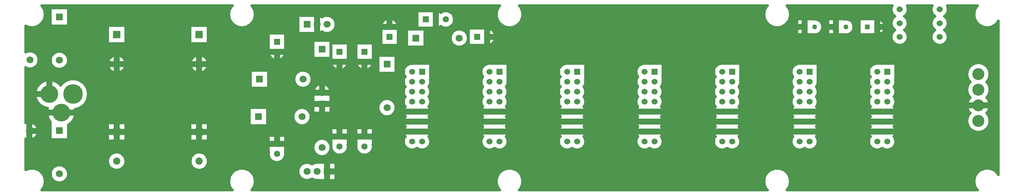
<source format=gtl>
G04 DipTrace 3.0.0.1*
G04 moraydular_powerbus_powered_skiff.GTL*
%MOMM*%
G04 #@! TF.FileFunction,Copper,L1,Top*
G04 #@! TF.Part,Single*
G04 #@! TA.AperFunction,ComponentPad*
%ADD16C,1.524*%
%ADD19C,1.6*%
G04 #@! TA.AperFunction,CopperBalancing*
%ADD25C,0.635*%
G04 #@! TA.AperFunction,ComponentPad*
%ADD28R,1.524X1.524*%
%ADD29C,1.27*%
%ADD30R,1.27X1.27*%
%ADD31R,1.6X1.6*%
%ADD32C,1.6*%
%ADD33R,1.8X1.8*%
%ADD34C,1.8*%
%ADD35C,3.048*%
%ADD36C,1.524*%
%ADD37C,4.5212*%
%ADD38C,5.0038*%
%ADD39R,1.85X1.85*%
%ADD40C,1.85*%
%ADD41C,1.778*%
%FSLAX35Y35*%
G04*
G71*
G90*
G75*
G01*
G04 Top*
%LPD*%
X12969751Y3159001D2*
D16*
X13223751D1*
X12969751Y2905001D2*
X13223751D1*
X12969751Y2651001D2*
X13223751D1*
X14938251Y3159001D2*
X15192251D1*
X14938251Y2651001D2*
X15192251D1*
X16906751Y3159001D2*
X17160751D1*
X16906751Y2905001D2*
X17160751D1*
X16906751Y2651001D2*
X17160751D1*
X18875251Y3159001D2*
X19129251D1*
X18875251Y2905001D2*
X19129251D1*
X18875251Y2651001D2*
X19129251D1*
X20843751Y3159001D2*
X21097751D1*
X20843751Y2905001D2*
X21097751D1*
X20843751Y2651001D2*
X21097751D1*
X22812251Y3159001D2*
X23066251D1*
X22812251Y2905001D2*
X23066251D1*
X22812251Y2651001D2*
X23066251D1*
X14938251Y2905001D2*
X15192251D1*
X11001251Y3159001D2*
X11255251D1*
X11001251Y2905001D2*
X11255251D1*
X11001251Y2651001D2*
X11255251D1*
X1647117Y5794584D2*
D25*
X1815491D1*
X2280011D2*
X6385384D1*
X6981117D2*
X13179884D1*
X13775617D2*
X19974384D1*
X20570117D2*
X23167741D1*
X23599761D2*
X24183741D1*
X24615761D2*
X25308384D1*
X1673534Y5731417D2*
X1815491D1*
X2280011D2*
X6358967D1*
X7007534D2*
X13153467D1*
X13802034D2*
X19947967D1*
X20596534D2*
X23167614D1*
X23599887D2*
X24183614D1*
X24615887D2*
X25281967D1*
X1686061Y5668251D2*
X1815491D1*
X2280011D2*
X6346441D1*
X7020061D2*
X11128287D1*
X12010021D2*
X13140941D1*
X13814561D2*
X19935441D1*
X20609061D2*
X23187457D1*
X23580044D2*
X24203457D1*
X24596044D2*
X25269441D1*
X1686311Y5605084D2*
X1815491D1*
X2280011D2*
X6346191D1*
X7020311D2*
X8101991D1*
X8626784D2*
X8803717D1*
X8880784D2*
X11128287D1*
X12057894D2*
X13140691D1*
X13814811D2*
X19935191D1*
X20609311D2*
X23235207D1*
X23532294D2*
X24251207D1*
X24548294D2*
X25269191D1*
X1674277Y5541917D2*
X1815491D1*
X2280011D2*
X6358224D1*
X7008277D2*
X8101991D1*
X9007661D2*
X11128287D1*
X12078107D2*
X13152724D1*
X13802777D2*
X19947224D1*
X20597277D2*
X23208791D1*
X23558711D2*
X24224791D1*
X24574711D2*
X25281224D1*
X1648357Y5478751D2*
X1815491D1*
X2280011D2*
X6384144D1*
X6982357D2*
X8101991D1*
X9052434D2*
X10279347D1*
X10580154D2*
X11128287D1*
X12078731D2*
X13178644D1*
X13776857D2*
X19973144D1*
X20571357D2*
X20765034D1*
X21349107D2*
X21558784D1*
X22142857D2*
X22352534D1*
X22936607D2*
X23175677D1*
X23591824D2*
X24191677D1*
X24607824D2*
X25307144D1*
X1604454Y5415584D2*
X1815491D1*
X2280011D2*
X6428047D1*
X6938454D2*
X8101991D1*
X9071904D2*
X10230854D1*
X10628647D2*
X11128287D1*
X12059754D2*
X13222547D1*
X13732954D2*
X20017047D1*
X20527454D2*
X20765034D1*
X21404921D2*
X21558784D1*
X22198671D2*
X22352534D1*
X22992421D2*
X23165384D1*
X23602117D2*
X24181384D1*
X24618117D2*
X25351047D1*
X1529171Y5352417D2*
X1815491D1*
X2280011D2*
X6503331D1*
X6863171D2*
X8101991D1*
X9072651D2*
X10210267D1*
X10649234D2*
X11128287D1*
X12013987D2*
X13297831D1*
X13657671D2*
X20092331D1*
X20452171D2*
X20765034D1*
X21427491D2*
X21558784D1*
X22221241D2*
X22352534D1*
X23014991D2*
X23174187D1*
X23593314D2*
X24190187D1*
X24609314D2*
X25426331D1*
X25786171D2*
X25885587D1*
X1196914Y5289251D2*
X3267557D1*
X3737037D2*
X5363057D1*
X5832537D2*
X8101991D1*
X9054791D2*
X10209397D1*
X10650104D2*
X20765034D1*
X21428361D2*
X21558784D1*
X22222111D2*
X22352534D1*
X23015861D2*
X23205317D1*
X23562184D2*
X24221317D1*
X24578184D2*
X25885587D1*
X1196914Y5226084D2*
X3267557D1*
X3737037D2*
X5363057D1*
X5832537D2*
X8101991D1*
X9012497D2*
X10207537D1*
X10651964D2*
X10864241D1*
X11328761D2*
X12079174D1*
X12323801D2*
X12430037D1*
X13055164D2*
X20765034D1*
X21408021D2*
X21558784D1*
X22201771D2*
X22352534D1*
X22995521D2*
X23240664D1*
X23526837D2*
X24256664D1*
X24542837D2*
X25885587D1*
X1196914Y5162917D2*
X3267557D1*
X3737037D2*
X5363057D1*
X5832537D2*
X8101991D1*
X8651591D2*
X8778911D1*
X8905591D2*
X10207537D1*
X10651964D2*
X10864241D1*
X11328761D2*
X12010837D1*
X12392137D2*
X12430037D1*
X13104527D2*
X20765034D1*
X21356427D2*
X21558784D1*
X22150177D2*
X22352534D1*
X22943927D2*
X23189814D1*
X23577687D2*
X24205814D1*
X24593687D2*
X25885587D1*
X1196914Y5099751D2*
X3267557D1*
X3737037D2*
X5363057D1*
X5832537D2*
X7350037D1*
X7794464D2*
X10207537D1*
X10651964D2*
X10864241D1*
X11328761D2*
X11979584D1*
X13125487D2*
X23168361D1*
X23599141D2*
X24184361D1*
X24615141D2*
X25885587D1*
X1196914Y5036584D2*
X3267557D1*
X3737037D2*
X5363057D1*
X5832537D2*
X7350037D1*
X7794464D2*
X10207537D1*
X10651964D2*
X10864241D1*
X11328761D2*
X11969291D1*
X13126727D2*
X23167117D1*
X23600384D2*
X24183117D1*
X24616384D2*
X25885587D1*
X1196914Y4973417D2*
X3267557D1*
X3737037D2*
X5363057D1*
X5832537D2*
X7350037D1*
X7794464D2*
X10207537D1*
X10651964D2*
X10864241D1*
X11328761D2*
X11977104D1*
X13108621D2*
X23185597D1*
X23581904D2*
X24201597D1*
X24597904D2*
X25885587D1*
X1196914Y4910251D2*
X3267557D1*
X3737037D2*
X5363057D1*
X5832537D2*
X7350037D1*
X7794464D2*
X8482991D1*
X8947511D2*
X10207537D1*
X10651964D2*
X10864241D1*
X11328761D2*
X12005011D1*
X12397964D2*
X12430037D1*
X13064094D2*
X23231364D1*
X23536137D2*
X24247364D1*
X24552137D2*
X25885587D1*
X1196914Y4847084D2*
X7350037D1*
X7794464D2*
X8482991D1*
X9381964D2*
X9572537D1*
X10016964D2*
X10864241D1*
X11328761D2*
X12065781D1*
X12337194D2*
X25885587D1*
X1196914Y4783917D2*
X7350037D1*
X7794464D2*
X8482991D1*
X9381964D2*
X9572537D1*
X10016964D2*
X25885587D1*
X1196914Y4720751D2*
X7353387D1*
X7791114D2*
X8482991D1*
X9381964D2*
X9572537D1*
X10016964D2*
X25885587D1*
X1440991Y4657584D2*
X1920167D1*
X2175334D2*
X7351527D1*
X7792974D2*
X8482991D1*
X9381964D2*
X9572537D1*
X10016964D2*
X25885587D1*
X1498911Y4594417D2*
X1854931D1*
X2240571D2*
X3446151D1*
X3558317D2*
X5541651D1*
X5653817D2*
X7369014D1*
X7775487D2*
X8482991D1*
X9381964D2*
X9572537D1*
X10016964D2*
X25885587D1*
X1525451Y4531251D2*
X1824794D1*
X2270707D2*
X3332671D1*
X3671801D2*
X5428171D1*
X5767301D2*
X7412297D1*
X7732204D2*
X8482991D1*
X9381964D2*
X9572537D1*
X10016964D2*
X10133991D1*
X10598511D2*
X25885587D1*
X1531901Y4468084D2*
X1815491D1*
X2280011D2*
X3288891D1*
X3715581D2*
X5384391D1*
X5811081D2*
X7545374D1*
X7599017D2*
X8937537D1*
X9381964D2*
X9572537D1*
X10016964D2*
X10133991D1*
X10598511D2*
X25885587D1*
X1520367Y4404917D2*
X1824174D1*
X2271327D2*
X3269914D1*
X3734557D2*
X5365414D1*
X5830057D2*
X8938901D1*
X9380601D2*
X9573901D1*
X10015601D2*
X10133991D1*
X10598511D2*
X25885587D1*
X1487004Y4341751D2*
X1853444D1*
X2242057D2*
X3269417D1*
X3735051D2*
X5364917D1*
X5830551D2*
X8955894D1*
X9363607D2*
X9590894D1*
X9998607D2*
X10133991D1*
X10598511D2*
X10863871D1*
X11473744D2*
X12832371D1*
X13442244D2*
X14800871D1*
X15410744D2*
X16769371D1*
X17379244D2*
X18737871D1*
X19347744D2*
X20706371D1*
X21316244D2*
X22674871D1*
X23284744D2*
X25204204D1*
X25563797D2*
X25885587D1*
X1413334Y4278584D2*
X1916821D1*
X2178681D2*
X3287277D1*
X3717194D2*
X5382777D1*
X5812694D2*
X8998557D1*
X9320944D2*
X9633557D1*
X9955944D2*
X10133991D1*
X10598511D2*
X10809797D1*
X11473744D2*
X12778297D1*
X13442244D2*
X14746797D1*
X15410744D2*
X16715297D1*
X17379244D2*
X18683797D1*
X19347744D2*
X20652297D1*
X21316244D2*
X22620797D1*
X23284744D2*
X25142687D1*
X25625314D2*
X25885587D1*
X1196914Y4215417D2*
X3329197D1*
X3675274D2*
X5424697D1*
X5770774D2*
X9121961D1*
X9197481D2*
X9756961D1*
X9832481D2*
X10133991D1*
X10598511D2*
X10786727D1*
X11473744D2*
X12755227D1*
X13442244D2*
X14723727D1*
X15410744D2*
X16692227D1*
X17379244D2*
X18660727D1*
X19347744D2*
X20629227D1*
X21316244D2*
X22597727D1*
X23284744D2*
X25108707D1*
X25659294D2*
X25885587D1*
X1196914Y4152251D2*
X3431891D1*
X3572581D2*
X5527391D1*
X5668081D2*
X6895491D1*
X7360011D2*
X8075077D1*
X8390397D2*
X10133991D1*
X10598511D2*
X10783997D1*
X11473744D2*
X12752497D1*
X13442244D2*
X14720997D1*
X15410744D2*
X16689497D1*
X17379244D2*
X18657997D1*
X19347744D2*
X20626497D1*
X21316244D2*
X22594997D1*
X23284744D2*
X25092211D1*
X25675791D2*
X25885587D1*
X1196914Y4089084D2*
X6895491D1*
X7360011D2*
X8026214D1*
X8439261D2*
X10800991D1*
X11473744D2*
X12769491D1*
X13442244D2*
X14737991D1*
X15410744D2*
X16706491D1*
X17379244D2*
X18674991D1*
X19347744D2*
X20643491D1*
X21316244D2*
X22611991D1*
X23284744D2*
X25090227D1*
X25677774D2*
X25885587D1*
X1196914Y4025917D2*
X6895491D1*
X7360011D2*
X8004384D1*
X8461214D2*
X10810541D1*
X11473744D2*
X12779041D1*
X13442244D2*
X14747541D1*
X15410744D2*
X16716041D1*
X17379244D2*
X18684541D1*
X19347744D2*
X20653041D1*
X21316244D2*
X22621541D1*
X23284744D2*
X25102381D1*
X25665621D2*
X25885587D1*
X1196914Y3962751D2*
X1743311D1*
X1844191D2*
X2245977D1*
X2541451D2*
X6895491D1*
X7360011D2*
X8001534D1*
X8463941D2*
X10786974D1*
X11469527D2*
X12755474D1*
X13438027D2*
X14723974D1*
X15406527D2*
X16692474D1*
X17375027D2*
X18660974D1*
X19343527D2*
X20629474D1*
X21312027D2*
X22597974D1*
X23280527D2*
X25130657D1*
X25637344D2*
X25885587D1*
X1196914Y3899584D2*
X1579227D1*
X2008274D2*
X2139564D1*
X2647864D2*
X6895491D1*
X7360011D2*
X8017037D1*
X8448441D2*
X10783874D1*
X11472627D2*
X12752374D1*
X13441127D2*
X14720874D1*
X15409627D2*
X16689374D1*
X17378127D2*
X18657874D1*
X19346627D2*
X20626374D1*
X21315127D2*
X22594874D1*
X23283627D2*
X25155957D1*
X25612044D2*
X25885587D1*
X1196914Y3836417D2*
X1510394D1*
X2708014D2*
X6895491D1*
X7360011D2*
X8055854D1*
X8409621D2*
X8594737D1*
X8835764D2*
X10800371D1*
X11456131D2*
X12768871D1*
X13424631D2*
X14737371D1*
X15393131D2*
X16705871D1*
X17361631D2*
X18674371D1*
X19330131D2*
X20642871D1*
X21298631D2*
X22611371D1*
X23267131D2*
X25116024D1*
X25651977D2*
X25885587D1*
X1196914Y3773251D2*
X1467731D1*
X2746834D2*
X6895491D1*
X7360011D2*
X8146394D1*
X8319084D2*
X8525407D1*
X8905094D2*
X10811284D1*
X11445217D2*
X12779784D1*
X13413717D2*
X14748284D1*
X15382217D2*
X16716784D1*
X17350717D2*
X18685284D1*
X19319217D2*
X20653784D1*
X21287717D2*
X22622284D1*
X23256217D2*
X25095311D1*
X25672691D2*
X25885587D1*
X1196914Y3710084D2*
X1441437D1*
X2771141D2*
X8493657D1*
X8936844D2*
X10787224D1*
X11469277D2*
X12755724D1*
X13437777D2*
X14724224D1*
X15406277D2*
X16692724D1*
X17374777D2*
X18661224D1*
X19343277D2*
X20629724D1*
X21311777D2*
X22598224D1*
X23280277D2*
X25089357D1*
X25678644D2*
X25885587D1*
X1196914Y3646917D2*
X1428044D1*
X2783794D2*
X8483117D1*
X8947384D2*
X10783751D1*
X11472751D2*
X12752251D1*
X13441251D2*
X14720751D1*
X15409751D2*
X16689251D1*
X17378251D2*
X18657751D1*
X19346751D2*
X20626251D1*
X21315251D2*
X22594751D1*
X23283751D2*
X25097544D1*
X25670457D2*
X25885587D1*
X1196914Y3583751D2*
X1425934D1*
X2785654D2*
X8490557D1*
X8939944D2*
X10799874D1*
X11456627D2*
X12768374D1*
X13425127D2*
X14736874D1*
X15393627D2*
X16705374D1*
X17362127D2*
X18673874D1*
X19330627D2*
X20642374D1*
X21299127D2*
X22610874D1*
X23267627D2*
X25121107D1*
X25646894D2*
X25885587D1*
X1196914Y3520584D2*
X1435111D1*
X2777221D2*
X8482991D1*
X8947511D2*
X10812151D1*
X11444351D2*
X12780651D1*
X13412851D2*
X14749151D1*
X15381351D2*
X16717651D1*
X17349851D2*
X18686151D1*
X19318351D2*
X20654651D1*
X21286851D2*
X22623151D1*
X23255351D2*
X25165014D1*
X25602987D2*
X25885587D1*
X1196914Y3457417D2*
X1456197D1*
X2757501D2*
X8482991D1*
X8947511D2*
X10249211D1*
X10483291D2*
X10787471D1*
X11469031D2*
X12755971D1*
X13437531D2*
X14724471D1*
X15406031D2*
X16692971D1*
X17374531D2*
X18661471D1*
X19343031D2*
X20629971D1*
X21311531D2*
X22598471D1*
X23280031D2*
X25124704D1*
X25643297D2*
X25885587D1*
X1196914Y3394251D2*
X1492037D1*
X2724511D2*
X8482991D1*
X8947511D2*
X10177897D1*
X10554604D2*
X10783627D1*
X11472874D2*
X12752127D1*
X13441374D2*
X14720627D1*
X15409874D2*
X16689127D1*
X17378374D2*
X18657627D1*
X19346874D2*
X20626127D1*
X21315374D2*
X22594627D1*
X23283874D2*
X25099404D1*
X25668597D2*
X25885587D1*
X1196914Y3331084D2*
X1549091D1*
X2673661D2*
X8482991D1*
X8947511D2*
X10145277D1*
X10587224D2*
X10799254D1*
X11457247D2*
X12767754D1*
X13425747D2*
X14736254D1*
X15394247D2*
X16704754D1*
X17362747D2*
X18673254D1*
X19331247D2*
X20641754D1*
X21299747D2*
X22610254D1*
X23268247D2*
X25089607D1*
X25678394D2*
X25885587D1*
X1196914Y3267917D2*
X1651781D1*
X2590937D2*
X8482991D1*
X8947511D2*
X10134117D1*
X10598384D2*
X10812897D1*
X11443604D2*
X12781397D1*
X13412104D2*
X14749897D1*
X15380604D2*
X16718397D1*
X17349104D2*
X18686897D1*
X19317604D2*
X20655397D1*
X21286104D2*
X22623897D1*
X23254604D2*
X25093947D1*
X25674054D2*
X25885587D1*
X1196914Y3204751D2*
X1732521D1*
X2455007D2*
X6870067D1*
X7334461D2*
X8055361D1*
X8359141D2*
X8482991D1*
X8947511D2*
X10140937D1*
X10591564D2*
X10787844D1*
X11468657D2*
X12756344D1*
X13437157D2*
X14724844D1*
X15405657D2*
X16693344D1*
X17374157D2*
X18661844D1*
X19342657D2*
X20630344D1*
X21311157D2*
X22598844D1*
X23279657D2*
X25112924D1*
X25655077D2*
X25885587D1*
X1196914Y3141584D2*
X1725574D1*
X2461951D2*
X6870067D1*
X7334461D2*
X8003394D1*
X8411107D2*
X8482991D1*
X8947511D2*
X10167851D1*
X10564651D2*
X10783504D1*
X11472997D2*
X12752004D1*
X13441497D2*
X14720504D1*
X15409997D2*
X16689004D1*
X17378497D2*
X18657504D1*
X19346997D2*
X20626004D1*
X21315497D2*
X22594504D1*
X23283997D2*
X25150377D1*
X25617624D2*
X25885587D1*
X1196914Y3078417D2*
X1729667D1*
X2457857D2*
X6870067D1*
X7334461D2*
X7979827D1*
X8434674D2*
X10226264D1*
X10506237D2*
X10798757D1*
X11457744D2*
X12767257D1*
X13426244D2*
X14735757D1*
X15394744D2*
X16704257D1*
X17363244D2*
X18672757D1*
X19331744D2*
X20641257D1*
X21300244D2*
X22609757D1*
X23268744D2*
X25134997D1*
X25633004D2*
X25885587D1*
X1196914Y3015251D2*
X1745294D1*
X2442231D2*
X6870067D1*
X7334461D2*
X7975611D1*
X8438891D2*
X10813764D1*
X11442737D2*
X12782264D1*
X13411237D2*
X14750764D1*
X15379737D2*
X16719264D1*
X17348237D2*
X18687764D1*
X19316737D2*
X20656264D1*
X21285237D2*
X22624764D1*
X23253737D2*
X25104614D1*
X25663387D2*
X25885587D1*
X1196914Y2952084D2*
X1774191D1*
X2413334D2*
X6870067D1*
X7334461D2*
X7989627D1*
X8424874D2*
X10788091D1*
X11468411D2*
X12756591D1*
X13436911D2*
X14725091D1*
X15405411D2*
X16693591D1*
X17373911D2*
X18662091D1*
X19342411D2*
X20630591D1*
X21310911D2*
X22599091D1*
X23279411D2*
X25090847D1*
X25677154D2*
X25885587D1*
X1196914Y2888917D2*
X1243561D1*
X1326641D2*
X1815491D1*
X2366951D2*
X6870067D1*
X7334461D2*
X8026091D1*
X8388411D2*
X10783377D1*
X11473124D2*
X12751877D1*
X13441624D2*
X14720377D1*
X15410124D2*
X16688877D1*
X17378624D2*
X18657377D1*
X19347124D2*
X20625877D1*
X21315624D2*
X22594377D1*
X23284124D2*
X25091344D1*
X25676657D2*
X25885587D1*
X1450541Y2825751D2*
X1815491D1*
X2290674D2*
X3267557D1*
X3737037D2*
X5363057D1*
X5832537D2*
X6870067D1*
X7334461D2*
X8108814D1*
X8305687D2*
X10798137D1*
X11458364D2*
X12766637D1*
X13426864D2*
X14735137D1*
X15395364D2*
X16703637D1*
X17363864D2*
X18672137D1*
X19332364D2*
X20640637D1*
X21300864D2*
X22609137D1*
X23269364D2*
X25106224D1*
X25661777D2*
X25885587D1*
X1494817Y2762584D2*
X1815491D1*
X2280011D2*
X3267557D1*
X3737037D2*
X5363057D1*
X5832537D2*
X10814507D1*
X11441994D2*
X12783007D1*
X13410494D2*
X14751507D1*
X15378994D2*
X16720007D1*
X17347494D2*
X18688507D1*
X19315994D2*
X20657007D1*
X21284494D2*
X22625507D1*
X23252994D2*
X25137974D1*
X25630027D2*
X25885587D1*
X1513917Y2699417D2*
X1815491D1*
X2280011D2*
X3267557D1*
X3737037D2*
X5363057D1*
X5832537D2*
X8937537D1*
X9381964D2*
X9572537D1*
X10016964D2*
X10788464D1*
X11468037D2*
X12756964D1*
X13436537D2*
X14725464D1*
X15405037D2*
X16693964D1*
X17373537D2*
X18662464D1*
X19342037D2*
X20630964D1*
X21310537D2*
X22599464D1*
X23279037D2*
X25195397D1*
X25572604D2*
X25885587D1*
X1514164Y2636251D2*
X1815491D1*
X2280011D2*
X3267557D1*
X3737037D2*
X5363057D1*
X5832537D2*
X8937537D1*
X9381964D2*
X9572537D1*
X10016964D2*
X10783377D1*
X11473124D2*
X12751877D1*
X13441624D2*
X14720377D1*
X15410124D2*
X16688877D1*
X17378624D2*
X18657377D1*
X19347124D2*
X20625877D1*
X21315624D2*
X22594377D1*
X23284124D2*
X25345837D1*
X25422164D2*
X25885587D1*
X1495684Y2573084D2*
X1815491D1*
X2280011D2*
X3267557D1*
X3737037D2*
X5363057D1*
X5832537D2*
X8937537D1*
X9381964D2*
X9572537D1*
X10016964D2*
X10797641D1*
X11458861D2*
X12766141D1*
X13427361D2*
X14734641D1*
X15395861D2*
X16703141D1*
X17364361D2*
X18671641D1*
X19332861D2*
X20640141D1*
X21301361D2*
X22608641D1*
X23269861D2*
X25885587D1*
X1452401Y2509917D2*
X1815491D1*
X2280011D2*
X3267557D1*
X3737037D2*
X5363057D1*
X5832537D2*
X7350037D1*
X7794464D2*
X8937537D1*
X9381964D2*
X9572537D1*
X10016964D2*
X10815377D1*
X11441124D2*
X12783877D1*
X13409624D2*
X14752377D1*
X15378124D2*
X16720877D1*
X17346624D2*
X18689377D1*
X19315124D2*
X20657877D1*
X21283624D2*
X22626377D1*
X23252124D2*
X25885587D1*
X1196914Y2446751D2*
X1233401D1*
X1336934D2*
X3267557D1*
X3737037D2*
X5363057D1*
X5832537D2*
X7350037D1*
X7794464D2*
X8608254D1*
X8822247D2*
X8937537D1*
X9381964D2*
X9572537D1*
X10016964D2*
X10788711D1*
X11467791D2*
X12757211D1*
X13436291D2*
X14725711D1*
X15404791D2*
X16694211D1*
X17373291D2*
X18662711D1*
X19341791D2*
X20631211D1*
X21310291D2*
X22599711D1*
X23278791D2*
X25885587D1*
X1196914Y2383584D2*
X7350037D1*
X7794464D2*
X8530864D1*
X8899637D2*
X8937537D1*
X9381964D2*
X9572537D1*
X10016964D2*
X10783254D1*
X11473247D2*
X12751754D1*
X13441747D2*
X14720254D1*
X15410247D2*
X16688754D1*
X17378747D2*
X18657254D1*
X19347247D2*
X20625754D1*
X21315747D2*
X22594254D1*
X23284247D2*
X25885587D1*
X1196914Y2320417D2*
X7350037D1*
X7794464D2*
X8496137D1*
X9381964D2*
X9572537D1*
X10016964D2*
X10797144D1*
X11459357D2*
X12765644D1*
X13427857D2*
X14734144D1*
X15396357D2*
X16702644D1*
X17364857D2*
X18671144D1*
X19333357D2*
X20639644D1*
X21301857D2*
X22608144D1*
X23270357D2*
X25885587D1*
X1196914Y2257251D2*
X7350037D1*
X7794464D2*
X8483364D1*
X9381591D2*
X9572911D1*
X10016591D2*
X10835344D1*
X11421157D2*
X12803844D1*
X13389657D2*
X14772344D1*
X15358157D2*
X16740844D1*
X17326657D2*
X18709344D1*
X19295157D2*
X20677844D1*
X21263657D2*
X22646344D1*
X23232157D2*
X25885587D1*
X1196914Y2194084D2*
X7350037D1*
X7794464D2*
X8488697D1*
X9368197D2*
X9586304D1*
X10003197D2*
X10933201D1*
X11069301D2*
X11187201D1*
X11323301D2*
X12901701D1*
X13037801D2*
X13155701D1*
X13291801D2*
X14870201D1*
X15006301D2*
X15124201D1*
X15260301D2*
X16838701D1*
X16974801D2*
X17092701D1*
X17228801D2*
X18807201D1*
X18943301D2*
X19061201D1*
X19197301D2*
X20775701D1*
X20911801D2*
X21029701D1*
X21165801D2*
X22744201D1*
X22880301D2*
X22998201D1*
X23134301D2*
X25885587D1*
X1196914Y2130917D2*
X7350037D1*
X7794464D2*
X8513627D1*
X8916874D2*
X8988264D1*
X9331237D2*
X9623264D1*
X9966237D2*
X25885587D1*
X1196914Y2067751D2*
X3346561D1*
X3658034D2*
X5442061D1*
X5753534D2*
X7350287D1*
X7794214D2*
X8568197D1*
X8862304D2*
X9077934D1*
X9241567D2*
X9712934D1*
X9876567D2*
X25885587D1*
X1196914Y2004584D2*
X3295464D1*
X3709007D2*
X5390964D1*
X5804507D2*
X7363434D1*
X7781067D2*
X25885587D1*
X1196914Y1941417D2*
X3272271D1*
X3732201D2*
X5367771D1*
X5827701D2*
X7399894D1*
X7744607D2*
X25885587D1*
X1196914Y1878251D2*
X3268177D1*
X3736417D2*
X5363677D1*
X5831917D2*
X7487704D1*
X7656797D2*
X25885587D1*
X1196914Y1815084D2*
X3281944D1*
X3722527D2*
X5377444D1*
X5818027D2*
X8191537D1*
X9074511D2*
X25885587D1*
X1196914Y1751917D2*
X1905534D1*
X2189967D2*
X3317911D1*
X3686561D2*
X5413411D1*
X5782061D2*
X8134611D1*
X9074511D2*
X25885587D1*
X1480431Y1688751D2*
X1848357D1*
X2247144D2*
X3397784D1*
X3606687D2*
X5493284D1*
X5702187D2*
X6552071D1*
X6814431D2*
X8108441D1*
X9074511D2*
X13346571D1*
X13608931D2*
X20141071D1*
X20403431D2*
X25475071D1*
X25737431D2*
X25885587D1*
X1580271Y1625584D2*
X1822064D1*
X2273437D2*
X6452231D1*
X6914271D2*
X8102241D1*
X9074511D2*
X13246731D1*
X13708771D2*
X20041231D1*
X20503271D2*
X25375231D1*
X25837271D2*
X25885531D1*
X1633724Y1562417D2*
X1815741D1*
X2279761D2*
X6398777D1*
X6967724D2*
X8114021D1*
X9074511D2*
X13193277D1*
X13762224D2*
X19987777D1*
X20556724D2*
X25321777D1*
X1665971Y1499251D2*
X1827397D1*
X2268104D2*
X6366531D1*
X6999971D2*
X8147384D1*
X9074511D2*
X13161031D1*
X13794471D2*
X19955531D1*
X20588971D2*
X25289531D1*
X1683084Y1436084D2*
X1860637D1*
X2234864D2*
X6349417D1*
X7017084D2*
X8220807D1*
X9074511D2*
X13143917D1*
X13811584D2*
X19938417D1*
X20606084D2*
X25272417D1*
X1687551Y1372917D2*
X1933687D1*
X2161814D2*
X6344951D1*
X7021551D2*
X13139451D1*
X13816051D2*
X19933951D1*
X20610551D2*
X25267951D1*
X1679984Y1309751D2*
X6352517D1*
X7013984D2*
X13147017D1*
X13808484D2*
X19941517D1*
X20602984D2*
X25275517D1*
X1659271Y1246584D2*
X6373231D1*
X6993271D2*
X13167731D1*
X13787771D2*
X19962231D1*
X20582271D2*
X25296231D1*
X1622561Y1183417D2*
X6409941D1*
X6956561D2*
X13204441D1*
X13751061D2*
X19998941D1*
X20545561D2*
X25332941D1*
X13435187Y3904361D2*
X13429981Y3871491D1*
X13419697Y3839837D1*
X13404587Y3810184D1*
X13393524Y3794037D1*
X13404587Y3777817D1*
X13419697Y3748164D1*
X13429981Y3716511D1*
X13435187Y3683641D1*
Y3650361D1*
X13429981Y3617491D1*
X13419697Y3585837D1*
X13404587Y3556184D1*
X13393524Y3540037D1*
X13404587Y3523817D1*
X13419697Y3494164D1*
X13429981Y3462511D1*
X13435187Y3429641D1*
Y3396361D1*
X13429981Y3363491D1*
X13419697Y3331837D1*
X13404587Y3302184D1*
X13393524Y3286037D1*
X13406241Y3267074D1*
X13417844Y3244497D1*
X13426667Y3220697D1*
X13432587Y3196011D1*
X13435514Y3170794D1*
X13435461Y3146307D1*
X13432427Y3121104D1*
X13426404Y3096444D1*
X13417481Y3072681D1*
X13405781Y3050154D1*
X13393601Y3032024D1*
X13409394Y3007564D1*
X13420317Y2984651D1*
X13428424Y2960594D1*
X13433601Y2935744D1*
X13435771Y2910451D1*
X13434987Y2885977D1*
X13431201Y2860874D1*
X13424441Y2836407D1*
X13414811Y2812921D1*
X13402441Y2790754D1*
X13393601Y2778024D1*
X13409394Y2753564D1*
X13420317Y2730651D1*
X13428424Y2706594D1*
X13433601Y2681744D1*
X13435771Y2656451D1*
X13434987Y2631977D1*
X13431201Y2606874D1*
X13424441Y2582407D1*
X13414811Y2558921D1*
X13402441Y2536754D1*
X13393601Y2524024D1*
X13404587Y2507817D1*
X13419697Y2478164D1*
X13429981Y2446511D1*
X13435187Y2413641D1*
Y2380361D1*
X13429981Y2347491D1*
X13419697Y2315837D1*
X13404587Y2286184D1*
X13385024Y2259261D1*
X13361491Y2235727D1*
X13334567Y2216164D1*
X13304914Y2201054D1*
X13273261Y2190771D1*
X13240391Y2185564D1*
X13207111D1*
X13174241Y2190771D1*
X13142587Y2201054D1*
X13112934Y2216164D1*
X13096787Y2227227D1*
X13080567Y2216164D1*
X13050914Y2201054D1*
X13019261Y2190771D1*
X12986391Y2185564D1*
X12953111D1*
X12920241Y2190771D1*
X12888587Y2201054D1*
X12858934Y2216164D1*
X12832011Y2235727D1*
X12808477Y2259261D1*
X12788914Y2286184D1*
X12773804Y2315837D1*
X12763521Y2347491D1*
X12758314Y2380361D1*
Y2413641D1*
X12763521Y2446511D1*
X12773804Y2478164D1*
X12788914Y2507817D1*
X12799977Y2523964D1*
X12787491Y2542541D1*
X12775837Y2565091D1*
X12766964Y2588874D1*
X12760994Y2613547D1*
X12758014Y2638757D1*
X12758067Y2664141D1*
X12761154Y2689337D1*
X12767227Y2713987D1*
X12776204Y2737731D1*
X12787954Y2760234D1*
X12799901Y2777981D1*
X12784327Y2802044D1*
X12773354Y2824934D1*
X12765194Y2848974D1*
X12759967Y2873814D1*
X12757744Y2899101D1*
X12758557Y2924474D1*
X12762394Y2949564D1*
X12769204Y2974021D1*
X12778887Y2997487D1*
X12791304Y3019627D1*
X12799901Y3031981D1*
X12784327Y3056044D1*
X12773354Y3078934D1*
X12765194Y3102974D1*
X12759967Y3127814D1*
X12757744Y3153101D1*
X12758557Y3178474D1*
X12762394Y3203564D1*
X12769204Y3228021D1*
X12778887Y3251487D1*
X12791304Y3273627D1*
X12799901Y3285981D1*
X12788914Y3302184D1*
X12773804Y3331837D1*
X12763521Y3363491D1*
X12758314Y3396361D1*
Y3429641D1*
X12763521Y3462511D1*
X12773804Y3494164D1*
X12788914Y3523817D1*
X12799977Y3539964D1*
X12788914Y3556184D1*
X12773804Y3585837D1*
X12763521Y3617491D1*
X12758314Y3650361D1*
Y3683641D1*
X12763521Y3716511D1*
X12773804Y3748164D1*
X12788914Y3777817D1*
X12799977Y3793964D1*
X12788914Y3810184D1*
X12773804Y3839837D1*
X12763521Y3871491D1*
X12758314Y3904361D1*
Y3937641D1*
X12763521Y3970511D1*
X12773804Y4002164D1*
X12788914Y4031817D1*
X12799977Y4047964D1*
X12788914Y4064184D1*
X12773804Y4093837D1*
X12763521Y4125491D1*
X12758314Y4158361D1*
Y4191641D1*
X12763521Y4224511D1*
X12773804Y4256164D1*
X12788914Y4285817D1*
X12808477Y4312741D1*
X12832011Y4336274D1*
X12858934Y4355837D1*
X12888587Y4370947D1*
X12920241Y4381231D1*
X12953111Y4386437D1*
X12986391D1*
X13011671Y4382741D1*
X13011661Y4387091D1*
X13435841D1*
Y3962911D1*
X13431747D1*
X13435187Y3937641D1*
Y3904361D1*
X21309187D2*
X21303981Y3871491D1*
X21293697Y3839837D1*
X21278587Y3810184D1*
X21267524Y3794037D1*
X21278587Y3777817D1*
X21293697Y3748164D1*
X21303981Y3716511D1*
X21309187Y3683641D1*
Y3650361D1*
X21303981Y3617491D1*
X21293697Y3585837D1*
X21278587Y3556184D1*
X21267524Y3540037D1*
X21278587Y3523817D1*
X21293697Y3494164D1*
X21303981Y3462511D1*
X21309187Y3429641D1*
Y3396361D1*
X21303981Y3363491D1*
X21293697Y3331837D1*
X21278587Y3302184D1*
X21267524Y3286037D1*
X21280241Y3267074D1*
X21291844Y3244497D1*
X21300667Y3220697D1*
X21306587Y3196011D1*
X21309514Y3170794D1*
X21309461Y3146307D1*
X21306427Y3121104D1*
X21300404Y3096444D1*
X21291481Y3072681D1*
X21279781Y3050154D1*
X21267601Y3032024D1*
X21283394Y3007564D1*
X21294317Y2984651D1*
X21302424Y2960594D1*
X21307601Y2935744D1*
X21309771Y2910451D1*
X21308987Y2885977D1*
X21305201Y2860874D1*
X21298441Y2836407D1*
X21288811Y2812921D1*
X21276441Y2790754D1*
X21267601Y2778024D1*
X21283394Y2753564D1*
X21294317Y2730651D1*
X21302424Y2706594D1*
X21307601Y2681744D1*
X21309771Y2656451D1*
X21308987Y2631977D1*
X21305201Y2606874D1*
X21298441Y2582407D1*
X21288811Y2558921D1*
X21276441Y2536754D1*
X21267601Y2524024D1*
X21278587Y2507817D1*
X21293697Y2478164D1*
X21303981Y2446511D1*
X21309187Y2413641D1*
Y2380361D1*
X21303981Y2347491D1*
X21293697Y2315837D1*
X21278587Y2286184D1*
X21259024Y2259261D1*
X21235491Y2235727D1*
X21208567Y2216164D1*
X21178914Y2201054D1*
X21147261Y2190771D1*
X21114391Y2185564D1*
X21081111D1*
X21048241Y2190771D1*
X21016587Y2201054D1*
X20986934Y2216164D1*
X20970787Y2227227D1*
X20954567Y2216164D1*
X20924914Y2201054D1*
X20893261Y2190771D1*
X20860391Y2185564D1*
X20827111D1*
X20794241Y2190771D1*
X20762587Y2201054D1*
X20732934Y2216164D1*
X20706011Y2235727D1*
X20682477Y2259261D1*
X20662914Y2286184D1*
X20647804Y2315837D1*
X20637521Y2347491D1*
X20632314Y2380361D1*
Y2413641D1*
X20637521Y2446511D1*
X20647804Y2478164D1*
X20662914Y2507817D1*
X20673977Y2523964D1*
X20661491Y2542541D1*
X20649837Y2565091D1*
X20640964Y2588874D1*
X20634994Y2613547D1*
X20632014Y2638757D1*
X20632067Y2664141D1*
X20635154Y2689337D1*
X20641227Y2713987D1*
X20650204Y2737731D1*
X20661954Y2760234D1*
X20673901Y2777981D1*
X20658327Y2802044D1*
X20647354Y2824934D1*
X20639194Y2848974D1*
X20633967Y2873814D1*
X20631744Y2899101D1*
X20632557Y2924474D1*
X20636394Y2949564D1*
X20643204Y2974021D1*
X20652887Y2997487D1*
X20665304Y3019627D1*
X20673901Y3031981D1*
X20658327Y3056044D1*
X20647354Y3078934D1*
X20639194Y3102974D1*
X20633967Y3127814D1*
X20631744Y3153101D1*
X20632557Y3178474D1*
X20636394Y3203564D1*
X20643204Y3228021D1*
X20652887Y3251487D1*
X20665304Y3273627D1*
X20673901Y3285981D1*
X20662914Y3302184D1*
X20647804Y3331837D1*
X20637521Y3363491D1*
X20632314Y3396361D1*
Y3429641D1*
X20637521Y3462511D1*
X20647804Y3494164D1*
X20662914Y3523817D1*
X20673977Y3539964D1*
X20662914Y3556184D1*
X20647804Y3585837D1*
X20637521Y3617491D1*
X20632314Y3650361D1*
Y3683641D1*
X20637521Y3716511D1*
X20647804Y3748164D1*
X20662914Y3777817D1*
X20673977Y3793964D1*
X20662914Y3810184D1*
X20647804Y3839837D1*
X20637521Y3871491D1*
X20632314Y3904361D1*
Y3937641D1*
X20637521Y3970511D1*
X20647804Y4002164D1*
X20662914Y4031817D1*
X20673977Y4047964D1*
X20662914Y4064184D1*
X20647804Y4093837D1*
X20637521Y4125491D1*
X20632314Y4158361D1*
Y4191641D1*
X20637521Y4224511D1*
X20647804Y4256164D1*
X20662914Y4285817D1*
X20682477Y4312741D1*
X20706011Y4336274D1*
X20732934Y4355837D1*
X20762587Y4370947D1*
X20794241Y4381231D1*
X20827111Y4386437D1*
X20860391D1*
X20885671Y4382741D1*
X20885661Y4387091D1*
X21309841D1*
Y3962911D1*
X21305747D1*
X21309187Y3937641D1*
Y3904361D1*
X19340687D2*
X19335481Y3871491D1*
X19325197Y3839837D1*
X19310087Y3810184D1*
X19299024Y3794037D1*
X19310087Y3777817D1*
X19325197Y3748164D1*
X19335481Y3716511D1*
X19340687Y3683641D1*
Y3650361D1*
X19335481Y3617491D1*
X19325197Y3585837D1*
X19310087Y3556184D1*
X19299024Y3540037D1*
X19310087Y3523817D1*
X19325197Y3494164D1*
X19335481Y3462511D1*
X19340687Y3429641D1*
Y3396361D1*
X19335481Y3363491D1*
X19325197Y3331837D1*
X19310087Y3302184D1*
X19299024Y3286037D1*
X19311741Y3267074D1*
X19323344Y3244497D1*
X19332167Y3220697D1*
X19338087Y3196011D1*
X19341014Y3170794D1*
X19340961Y3146307D1*
X19337927Y3121104D1*
X19331904Y3096444D1*
X19322981Y3072681D1*
X19311281Y3050154D1*
X19299101Y3032024D1*
X19314894Y3007564D1*
X19325817Y2984651D1*
X19333924Y2960594D1*
X19339101Y2935744D1*
X19341271Y2910451D1*
X19340487Y2885977D1*
X19336701Y2860874D1*
X19329941Y2836407D1*
X19320311Y2812921D1*
X19307941Y2790754D1*
X19299101Y2778024D1*
X19314894Y2753564D1*
X19325817Y2730651D1*
X19333924Y2706594D1*
X19339101Y2681744D1*
X19341271Y2656451D1*
X19340487Y2631977D1*
X19336701Y2606874D1*
X19329941Y2582407D1*
X19320311Y2558921D1*
X19307941Y2536754D1*
X19299101Y2524024D1*
X19310087Y2507817D1*
X19325197Y2478164D1*
X19335481Y2446511D1*
X19340687Y2413641D1*
Y2380361D1*
X19335481Y2347491D1*
X19325197Y2315837D1*
X19310087Y2286184D1*
X19290524Y2259261D1*
X19266991Y2235727D1*
X19240067Y2216164D1*
X19210414Y2201054D1*
X19178761Y2190771D1*
X19145891Y2185564D1*
X19112611D1*
X19079741Y2190771D1*
X19048087Y2201054D1*
X19018434Y2216164D1*
X19002287Y2227227D1*
X18986067Y2216164D1*
X18956414Y2201054D1*
X18924761Y2190771D1*
X18891891Y2185564D1*
X18858611D1*
X18825741Y2190771D1*
X18794087Y2201054D1*
X18764434Y2216164D1*
X18737511Y2235727D1*
X18713977Y2259261D1*
X18694414Y2286184D1*
X18679304Y2315837D1*
X18669021Y2347491D1*
X18663814Y2380361D1*
Y2413641D1*
X18669021Y2446511D1*
X18679304Y2478164D1*
X18694414Y2507817D1*
X18705477Y2523964D1*
X18692991Y2542541D1*
X18681337Y2565091D1*
X18672464Y2588874D1*
X18666494Y2613547D1*
X18663514Y2638757D1*
X18663567Y2664141D1*
X18666654Y2689337D1*
X18672727Y2713987D1*
X18681704Y2737731D1*
X18693454Y2760234D1*
X18705401Y2777981D1*
X18689827Y2802044D1*
X18678854Y2824934D1*
X18670694Y2848974D1*
X18665467Y2873814D1*
X18663244Y2899101D1*
X18664057Y2924474D1*
X18667894Y2949564D1*
X18674704Y2974021D1*
X18684387Y2997487D1*
X18696804Y3019627D1*
X18705401Y3031981D1*
X18689827Y3056044D1*
X18678854Y3078934D1*
X18670694Y3102974D1*
X18665467Y3127814D1*
X18663244Y3153101D1*
X18664057Y3178474D1*
X18667894Y3203564D1*
X18674704Y3228021D1*
X18684387Y3251487D1*
X18696804Y3273627D1*
X18705401Y3285981D1*
X18694414Y3302184D1*
X18679304Y3331837D1*
X18669021Y3363491D1*
X18663814Y3396361D1*
Y3429641D1*
X18669021Y3462511D1*
X18679304Y3494164D1*
X18694414Y3523817D1*
X18705477Y3539964D1*
X18694414Y3556184D1*
X18679304Y3585837D1*
X18669021Y3617491D1*
X18663814Y3650361D1*
Y3683641D1*
X18669021Y3716511D1*
X18679304Y3748164D1*
X18694414Y3777817D1*
X18705477Y3793964D1*
X18694414Y3810184D1*
X18679304Y3839837D1*
X18669021Y3871491D1*
X18663814Y3904361D1*
Y3937641D1*
X18669021Y3970511D1*
X18679304Y4002164D1*
X18694414Y4031817D1*
X18705477Y4047964D1*
X18694414Y4064184D1*
X18679304Y4093837D1*
X18669021Y4125491D1*
X18663814Y4158361D1*
Y4191641D1*
X18669021Y4224511D1*
X18679304Y4256164D1*
X18694414Y4285817D1*
X18713977Y4312741D1*
X18737511Y4336274D1*
X18764434Y4355837D1*
X18794087Y4370947D1*
X18825741Y4381231D1*
X18858611Y4386437D1*
X18891891D1*
X18917171Y4382741D1*
X18917161Y4387091D1*
X19341341D1*
Y3962911D1*
X19337247D1*
X19340687Y3937641D1*
Y3904361D1*
X17372187D2*
X17366981Y3871491D1*
X17356697Y3839837D1*
X17341587Y3810184D1*
X17330524Y3794037D1*
X17341587Y3777817D1*
X17356697Y3748164D1*
X17366981Y3716511D1*
X17372187Y3683641D1*
Y3650361D1*
X17366981Y3617491D1*
X17356697Y3585837D1*
X17341587Y3556184D1*
X17330524Y3540037D1*
X17341587Y3523817D1*
X17356697Y3494164D1*
X17366981Y3462511D1*
X17372187Y3429641D1*
Y3396361D1*
X17366981Y3363491D1*
X17356697Y3331837D1*
X17341587Y3302184D1*
X17330524Y3286037D1*
X17343241Y3267074D1*
X17354844Y3244497D1*
X17363667Y3220697D1*
X17369587Y3196011D1*
X17372514Y3170794D1*
X17372461Y3146307D1*
X17369427Y3121104D1*
X17363404Y3096444D1*
X17354481Y3072681D1*
X17342781Y3050154D1*
X17330601Y3032024D1*
X17346394Y3007564D1*
X17357317Y2984651D1*
X17365424Y2960594D1*
X17370601Y2935744D1*
X17372771Y2910451D1*
X17371987Y2885977D1*
X17368201Y2860874D1*
X17361441Y2836407D1*
X17351811Y2812921D1*
X17339441Y2790754D1*
X17330601Y2778024D1*
X17346394Y2753564D1*
X17357317Y2730651D1*
X17365424Y2706594D1*
X17370601Y2681744D1*
X17372771Y2656451D1*
X17371987Y2631977D1*
X17368201Y2606874D1*
X17361441Y2582407D1*
X17351811Y2558921D1*
X17339441Y2536754D1*
X17330601Y2524024D1*
X17341587Y2507817D1*
X17356697Y2478164D1*
X17366981Y2446511D1*
X17372187Y2413641D1*
Y2380361D1*
X17366981Y2347491D1*
X17356697Y2315837D1*
X17341587Y2286184D1*
X17322024Y2259261D1*
X17298491Y2235727D1*
X17271567Y2216164D1*
X17241914Y2201054D1*
X17210261Y2190771D1*
X17177391Y2185564D1*
X17144111D1*
X17111241Y2190771D1*
X17079587Y2201054D1*
X17049934Y2216164D1*
X17033787Y2227227D1*
X17017567Y2216164D1*
X16987914Y2201054D1*
X16956261Y2190771D1*
X16923391Y2185564D1*
X16890111D1*
X16857241Y2190771D1*
X16825587Y2201054D1*
X16795934Y2216164D1*
X16769011Y2235727D1*
X16745477Y2259261D1*
X16725914Y2286184D1*
X16710804Y2315837D1*
X16700521Y2347491D1*
X16695314Y2380361D1*
Y2413641D1*
X16700521Y2446511D1*
X16710804Y2478164D1*
X16725914Y2507817D1*
X16736977Y2523964D1*
X16724491Y2542541D1*
X16712837Y2565091D1*
X16703964Y2588874D1*
X16697994Y2613547D1*
X16695014Y2638757D1*
X16695067Y2664141D1*
X16698154Y2689337D1*
X16704227Y2713987D1*
X16713204Y2737731D1*
X16724954Y2760234D1*
X16736901Y2777981D1*
X16721327Y2802044D1*
X16710354Y2824934D1*
X16702194Y2848974D1*
X16696967Y2873814D1*
X16694744Y2899101D1*
X16695557Y2924474D1*
X16699394Y2949564D1*
X16706204Y2974021D1*
X16715887Y2997487D1*
X16728304Y3019627D1*
X16736901Y3031981D1*
X16721327Y3056044D1*
X16710354Y3078934D1*
X16702194Y3102974D1*
X16696967Y3127814D1*
X16694744Y3153101D1*
X16695557Y3178474D1*
X16699394Y3203564D1*
X16706204Y3228021D1*
X16715887Y3251487D1*
X16728304Y3273627D1*
X16736901Y3285981D1*
X16725914Y3302184D1*
X16710804Y3331837D1*
X16700521Y3363491D1*
X16695314Y3396361D1*
Y3429641D1*
X16700521Y3462511D1*
X16710804Y3494164D1*
X16725914Y3523817D1*
X16736977Y3539964D1*
X16725914Y3556184D1*
X16710804Y3585837D1*
X16700521Y3617491D1*
X16695314Y3650361D1*
Y3683641D1*
X16700521Y3716511D1*
X16710804Y3748164D1*
X16725914Y3777817D1*
X16736977Y3793964D1*
X16725914Y3810184D1*
X16710804Y3839837D1*
X16700521Y3871491D1*
X16695314Y3904361D1*
Y3937641D1*
X16700521Y3970511D1*
X16710804Y4002164D1*
X16725914Y4031817D1*
X16736977Y4047964D1*
X16725914Y4064184D1*
X16710804Y4093837D1*
X16700521Y4125491D1*
X16695314Y4158361D1*
Y4191641D1*
X16700521Y4224511D1*
X16710804Y4256164D1*
X16725914Y4285817D1*
X16745477Y4312741D1*
X16769011Y4336274D1*
X16795934Y4355837D1*
X16825587Y4370947D1*
X16857241Y4381231D1*
X16890111Y4386437D1*
X16923391D1*
X16948671Y4382741D1*
X16948661Y4387091D1*
X17372841D1*
Y3962911D1*
X17368747D1*
X17372187Y3937641D1*
Y3904361D1*
X15403687D2*
X15398481Y3871491D1*
X15388197Y3839837D1*
X15373087Y3810184D1*
X15362024Y3794037D1*
X15373087Y3777817D1*
X15388197Y3748164D1*
X15398481Y3716511D1*
X15403687Y3683641D1*
Y3650361D1*
X15398481Y3617491D1*
X15388197Y3585837D1*
X15373087Y3556184D1*
X15362024Y3540037D1*
X15373087Y3523817D1*
X15388197Y3494164D1*
X15398481Y3462511D1*
X15403687Y3429641D1*
Y3396361D1*
X15398481Y3363491D1*
X15388197Y3331837D1*
X15373087Y3302184D1*
X15362024Y3286037D1*
X15374741Y3267074D1*
X15386344Y3244497D1*
X15395167Y3220697D1*
X15401087Y3196011D1*
X15404014Y3170794D1*
X15403961Y3146307D1*
X15400927Y3121104D1*
X15394904Y3096444D1*
X15385981Y3072681D1*
X15374281Y3050154D1*
X15362101Y3032024D1*
X15377894Y3007564D1*
X15388817Y2984651D1*
X15396924Y2960594D1*
X15402101Y2935744D1*
X15404271Y2910451D1*
X15403487Y2885977D1*
X15399701Y2860874D1*
X15392941Y2836407D1*
X15383311Y2812921D1*
X15370941Y2790754D1*
X15362101Y2778024D1*
X15377894Y2753564D1*
X15388817Y2730651D1*
X15396924Y2706594D1*
X15402101Y2681744D1*
X15404271Y2656451D1*
X15403487Y2631977D1*
X15399701Y2606874D1*
X15392941Y2582407D1*
X15383311Y2558921D1*
X15370941Y2536754D1*
X15362101Y2524024D1*
X15373087Y2507817D1*
X15388197Y2478164D1*
X15398481Y2446511D1*
X15403687Y2413641D1*
Y2380361D1*
X15398481Y2347491D1*
X15388197Y2315837D1*
X15373087Y2286184D1*
X15353524Y2259261D1*
X15329991Y2235727D1*
X15303067Y2216164D1*
X15273414Y2201054D1*
X15241761Y2190771D1*
X15208891Y2185564D1*
X15175611D1*
X15142741Y2190771D1*
X15111087Y2201054D1*
X15081434Y2216164D1*
X15065287Y2227227D1*
X15049067Y2216164D1*
X15019414Y2201054D1*
X14987761Y2190771D1*
X14954891Y2185564D1*
X14921611D1*
X14888741Y2190771D1*
X14857087Y2201054D1*
X14827434Y2216164D1*
X14800511Y2235727D1*
X14776977Y2259261D1*
X14757414Y2286184D1*
X14742304Y2315837D1*
X14732021Y2347491D1*
X14726814Y2380361D1*
Y2413641D1*
X14732021Y2446511D1*
X14742304Y2478164D1*
X14757414Y2507817D1*
X14768477Y2523964D1*
X14755991Y2542541D1*
X14744337Y2565091D1*
X14735464Y2588874D1*
X14729494Y2613547D1*
X14726514Y2638757D1*
X14726567Y2664141D1*
X14729654Y2689337D1*
X14735727Y2713987D1*
X14744704Y2737731D1*
X14756454Y2760234D1*
X14768401Y2777981D1*
X14752827Y2802044D1*
X14741854Y2824934D1*
X14733694Y2848974D1*
X14728467Y2873814D1*
X14726244Y2899101D1*
X14727057Y2924474D1*
X14730894Y2949564D1*
X14737704Y2974021D1*
X14747387Y2997487D1*
X14759804Y3019627D1*
X14768401Y3031981D1*
X14752827Y3056044D1*
X14741854Y3078934D1*
X14733694Y3102974D1*
X14728467Y3127814D1*
X14726244Y3153101D1*
X14727057Y3178474D1*
X14730894Y3203564D1*
X14737704Y3228021D1*
X14747387Y3251487D1*
X14759804Y3273627D1*
X14768401Y3285981D1*
X14757414Y3302184D1*
X14742304Y3331837D1*
X14732021Y3363491D1*
X14726814Y3396361D1*
Y3429641D1*
X14732021Y3462511D1*
X14742304Y3494164D1*
X14757414Y3523817D1*
X14768477Y3539964D1*
X14757414Y3556184D1*
X14742304Y3585837D1*
X14732021Y3617491D1*
X14726814Y3650361D1*
Y3683641D1*
X14732021Y3716511D1*
X14742304Y3748164D1*
X14757414Y3777817D1*
X14768477Y3793964D1*
X14757414Y3810184D1*
X14742304Y3839837D1*
X14732021Y3871491D1*
X14726814Y3904361D1*
Y3937641D1*
X14732021Y3970511D1*
X14742304Y4002164D1*
X14757414Y4031817D1*
X14768477Y4047964D1*
X14757414Y4064184D1*
X14742304Y4093837D1*
X14732021Y4125491D1*
X14726814Y4158361D1*
Y4191641D1*
X14732021Y4224511D1*
X14742304Y4256164D1*
X14757414Y4285817D1*
X14776977Y4312741D1*
X14800511Y4336274D1*
X14827434Y4355837D1*
X14857087Y4370947D1*
X14888741Y4381231D1*
X14921611Y4386437D1*
X14954891D1*
X14980171Y4382741D1*
X14980161Y4387091D1*
X15404341D1*
Y3962911D1*
X15400247D1*
X15403687Y3937641D1*
Y3904361D1*
X21423527Y5302357D2*
X21418631Y5271454D1*
X21408964Y5241697D1*
X21394757Y5213821D1*
X21376367Y5188507D1*
X21354244Y5166384D1*
X21328931Y5147994D1*
X21301054Y5133787D1*
X21271297Y5124121D1*
X21240394Y5119224D1*
X21209107D1*
X21178204Y5124121D1*
X21170141Y5126394D1*
Y5118611D1*
X20771361D1*
Y5517391D1*
X21170141D1*
Y5509774D1*
X21193561Y5514937D1*
X21224751Y5517391D1*
X21255941Y5514937D1*
X21286364Y5507631D1*
X21315271Y5495657D1*
X21341951Y5479311D1*
X21365741Y5458991D1*
X21386061Y5435201D1*
X21402407Y5408521D1*
X21414381Y5379614D1*
X21421687Y5349191D1*
X21424141Y5318001D1*
X21423527Y5302357D1*
X22217277D2*
X22212381Y5271454D1*
X22202714Y5241697D1*
X22188507Y5213821D1*
X22170117Y5188507D1*
X22147994Y5166384D1*
X22122681Y5147994D1*
X22094804Y5133787D1*
X22065047Y5124121D1*
X22034144Y5119224D1*
X22002857D1*
X21971954Y5124121D1*
X21963891Y5126394D1*
Y5118611D1*
X21565111D1*
Y5517391D1*
X21963891D1*
Y5509774D1*
X21987311Y5514937D1*
X22018501Y5517391D1*
X22049691Y5514937D1*
X22080114Y5507631D1*
X22109021Y5495657D1*
X22135701Y5479311D1*
X22159491Y5458991D1*
X22179811Y5435201D1*
X22196157Y5408521D1*
X22208131Y5379614D1*
X22215437Y5349191D1*
X22217891Y5318001D1*
X22217277Y5302357D1*
X23011541Y5311651D2*
X23009117Y5286384D1*
X23003507Y5261631D1*
X22994794Y5237787D1*
X22983124Y5215247D1*
X22968687Y5194371D1*
X22951714Y5175497D1*
X22932477Y5158937D1*
X22911297Y5144951D1*
X22888507Y5133771D1*
X22864484Y5125574D1*
X22839614Y5120497D1*
X22814301Y5118621D1*
X22788954Y5119977D1*
X22763987Y5124541D1*
X22757637Y5126241D1*
X22757641Y5118611D1*
X22358861D1*
Y5517391D1*
X22757641D1*
Y5509824D1*
X22780827Y5514901D1*
X22806097Y5517297D1*
X22831467Y5516464D1*
X22856524Y5512414D1*
X22880864Y5505214D1*
X22904094Y5494977D1*
X22925834Y5481877D1*
X22945734Y5466117D1*
X22963467Y5447961D1*
X22978754Y5427697D1*
X22991341Y5405654D1*
X23001024Y5382191D1*
X23007651Y5357687D1*
X23011111Y5332541D1*
X23011541Y5311651D1*
X25892037Y5466697D2*
X25874911Y5440307D1*
X25858767Y5419831D1*
X25841071Y5400681D1*
X25821921Y5382984D1*
X25801444Y5366841D1*
X25779764Y5352354D1*
X25757014Y5339611D1*
X25733334Y5328697D1*
X25708871Y5319671D1*
X25683774Y5312594D1*
X25658201Y5307507D1*
X25632304Y5304441D1*
X25606251Y5303417D1*
X25580197Y5304441D1*
X25554301Y5307507D1*
X25528727Y5312594D1*
X25503631Y5319671D1*
X25479167Y5328697D1*
X25455487Y5339611D1*
X25432737Y5352354D1*
X25411057Y5366841D1*
X25390581Y5382984D1*
X25371431Y5400681D1*
X25353734Y5419831D1*
X25337591Y5440307D1*
X25323104Y5461987D1*
X25310361Y5484737D1*
X25299447Y5508417D1*
X25290421Y5532881D1*
X25283344Y5557977D1*
X25278257Y5583551D1*
X25275191Y5609447D1*
X25274167Y5635501D1*
X25275191Y5661554D1*
X25278257Y5687451D1*
X25283344Y5713024D1*
X25290421Y5738121D1*
X25299447Y5762584D1*
X25310361Y5786264D1*
X25323104Y5809014D1*
X25337591Y5830694D1*
X25359747Y5857677D1*
X24589134Y5857751D1*
X24601461Y5828041D1*
X24609231Y5795677D1*
X24611841Y5762501D1*
X24609231Y5729324D1*
X24601461Y5696961D1*
X24588724Y5666214D1*
X24571334Y5637837D1*
X24549721Y5612531D1*
X24524414Y5590917D1*
X24520034Y5587987D1*
X24537491Y5574524D1*
X24561024Y5550991D1*
X24580587Y5524067D1*
X24595697Y5494414D1*
X24605981Y5462761D1*
X24611187Y5429891D1*
Y5396611D1*
X24605981Y5363741D1*
X24595697Y5332087D1*
X24580587Y5302434D1*
X24561024Y5275511D1*
X24537491Y5251977D1*
X24520034Y5238737D1*
X24537491Y5225274D1*
X24561024Y5201741D1*
X24580587Y5174817D1*
X24595697Y5145164D1*
X24605981Y5113511D1*
X24611187Y5080641D1*
Y5047361D1*
X24605981Y5014491D1*
X24595697Y4982837D1*
X24580587Y4953184D1*
X24561024Y4926261D1*
X24537491Y4902727D1*
X24510567Y4883164D1*
X24480914Y4868054D1*
X24449261Y4857771D1*
X24416391Y4852564D1*
X24383111D1*
X24350241Y4857771D1*
X24318587Y4868054D1*
X24288934Y4883164D1*
X24262011Y4902727D1*
X24238477Y4926261D1*
X24218914Y4953184D1*
X24203804Y4982837D1*
X24193521Y5014491D1*
X24188314Y5047361D1*
Y5080641D1*
X24193521Y5113511D1*
X24203804Y5145164D1*
X24218914Y5174817D1*
X24238477Y5201741D1*
X24262011Y5225274D1*
X24279467Y5238514D1*
X24262011Y5251977D1*
X24238477Y5275511D1*
X24218914Y5302434D1*
X24203804Y5332087D1*
X24193521Y5363741D1*
X24188314Y5396611D1*
Y5429891D1*
X24193521Y5462761D1*
X24203804Y5494414D1*
X24218914Y5524067D1*
X24238477Y5550991D1*
X24262011Y5574524D1*
X24279467Y5587764D1*
X24262011Y5601227D1*
X24238477Y5624761D1*
X24218914Y5651684D1*
X24203804Y5681337D1*
X24193521Y5712991D1*
X24188314Y5745861D1*
Y5779141D1*
X24193521Y5812011D1*
X24203804Y5843664D1*
X24210314Y5857784D1*
X23573134Y5857751D1*
X23585461Y5828041D1*
X23593231Y5795677D1*
X23595841Y5762501D1*
X23593231Y5729324D1*
X23585461Y5696961D1*
X23572724Y5666214D1*
X23555334Y5637837D1*
X23533721Y5612531D1*
X23508414Y5590917D1*
X23504034Y5587987D1*
X23521491Y5574524D1*
X23545024Y5550991D1*
X23564587Y5524067D1*
X23579697Y5494414D1*
X23589981Y5462761D1*
X23595187Y5429891D1*
Y5396611D1*
X23589981Y5363741D1*
X23579697Y5332087D1*
X23564587Y5302434D1*
X23545024Y5275511D1*
X23521491Y5251977D1*
X23504034Y5238737D1*
X23521491Y5225274D1*
X23545024Y5201741D1*
X23564587Y5174817D1*
X23579697Y5145164D1*
X23589981Y5113511D1*
X23595187Y5080641D1*
Y5047361D1*
X23589981Y5014491D1*
X23579697Y4982837D1*
X23564587Y4953184D1*
X23545024Y4926261D1*
X23521491Y4902727D1*
X23494567Y4883164D1*
X23464914Y4868054D1*
X23433261Y4857771D1*
X23400391Y4852564D1*
X23367111D1*
X23334241Y4857771D1*
X23302587Y4868054D1*
X23272934Y4883164D1*
X23246011Y4902727D1*
X23222477Y4926261D1*
X23202914Y4953184D1*
X23187804Y4982837D1*
X23177521Y5014491D1*
X23172314Y5047361D1*
Y5080641D1*
X23177521Y5113511D1*
X23187804Y5145164D1*
X23202914Y5174817D1*
X23222477Y5201741D1*
X23246011Y5225274D1*
X23263467Y5238514D1*
X23246011Y5251977D1*
X23222477Y5275511D1*
X23202914Y5302434D1*
X23187804Y5332087D1*
X23177521Y5363741D1*
X23172314Y5396611D1*
Y5429891D1*
X23177521Y5462761D1*
X23187804Y5494414D1*
X23202914Y5524067D1*
X23222477Y5550991D1*
X23246011Y5574524D1*
X23263467Y5587764D1*
X23246011Y5601227D1*
X23222477Y5624761D1*
X23202914Y5651684D1*
X23187804Y5681337D1*
X23177521Y5712991D1*
X23172314Y5745861D1*
Y5779141D1*
X23177521Y5812011D1*
X23187804Y5843664D1*
X23194314Y5857784D1*
X20518934Y5857751D1*
X20540911Y5830694D1*
X20555397Y5809014D1*
X20568141Y5786264D1*
X20579054Y5762584D1*
X20588081Y5738121D1*
X20595157Y5713024D1*
X20600244Y5687451D1*
X20603311Y5661554D1*
X20604334Y5635501D1*
X20603311Y5609447D1*
X20600244Y5583551D1*
X20595157Y5557977D1*
X20588081Y5532881D1*
X20579054Y5508417D1*
X20568141Y5484737D1*
X20555397Y5461987D1*
X20540911Y5440307D1*
X20524767Y5419831D1*
X20507071Y5400681D1*
X20487921Y5382984D1*
X20467444Y5366841D1*
X20445764Y5352354D1*
X20423014Y5339611D1*
X20399334Y5328697D1*
X20374871Y5319671D1*
X20349774Y5312594D1*
X20324201Y5307507D1*
X20298304Y5304441D1*
X20272251Y5303417D1*
X20246197Y5304441D1*
X20220301Y5307507D1*
X20194727Y5312594D1*
X20169631Y5319671D1*
X20145167Y5328697D1*
X20121487Y5339611D1*
X20098737Y5352354D1*
X20077057Y5366841D1*
X20056581Y5382984D1*
X20037431Y5400681D1*
X20019734Y5419831D1*
X20003591Y5440307D1*
X19989104Y5461987D1*
X19976361Y5484737D1*
X19965447Y5508417D1*
X19956421Y5532881D1*
X19949344Y5557977D1*
X19944257Y5583551D1*
X19941191Y5609447D1*
X19940167Y5635501D1*
X19941191Y5661554D1*
X19944257Y5687451D1*
X19949344Y5713024D1*
X19956421Y5738121D1*
X19965447Y5762584D1*
X19976361Y5786264D1*
X19989104Y5809014D1*
X20003591Y5830694D1*
X20025747Y5857677D1*
X13724434Y5857751D1*
X13746411Y5830694D1*
X13760897Y5809014D1*
X13773641Y5786264D1*
X13784554Y5762584D1*
X13793581Y5738121D1*
X13800657Y5713024D1*
X13805744Y5687451D1*
X13808811Y5661554D1*
X13809834Y5635501D1*
X13808811Y5609447D1*
X13805744Y5583551D1*
X13800657Y5557977D1*
X13793581Y5532881D1*
X13784554Y5508417D1*
X13773641Y5484737D1*
X13760897Y5461987D1*
X13746411Y5440307D1*
X13730267Y5419831D1*
X13712571Y5400681D1*
X13693421Y5382984D1*
X13672944Y5366841D1*
X13651264Y5352354D1*
X13628514Y5339611D1*
X13604834Y5328697D1*
X13580371Y5319671D1*
X13555274Y5312594D1*
X13529701Y5307507D1*
X13503804Y5304441D1*
X13477751Y5303417D1*
X13451697Y5304441D1*
X13425801Y5307507D1*
X13400227Y5312594D1*
X13375131Y5319671D1*
X13350667Y5328697D1*
X13326987Y5339611D1*
X13304237Y5352354D1*
X13282557Y5366841D1*
X13262081Y5382984D1*
X13242931Y5400681D1*
X13225234Y5419831D1*
X13209091Y5440307D1*
X13194604Y5461987D1*
X13181861Y5484737D1*
X13170947Y5508417D1*
X13161921Y5532881D1*
X13154844Y5557977D1*
X13149757Y5583551D1*
X13146691Y5609447D1*
X13145667Y5635501D1*
X13146691Y5661554D1*
X13149757Y5687451D1*
X13154844Y5713024D1*
X13161921Y5738121D1*
X13170947Y5762584D1*
X13181861Y5786264D1*
X13194604Y5809014D1*
X13209091Y5830694D1*
X13231247Y5857677D1*
X6929934Y5857751D1*
X6951911Y5830694D1*
X6966397Y5809014D1*
X6979141Y5786264D1*
X6990054Y5762584D1*
X6999081Y5738121D1*
X7006157Y5713024D1*
X7011244Y5687451D1*
X7014311Y5661554D1*
X7015334Y5635501D1*
X7014311Y5609447D1*
X7011244Y5583551D1*
X7006157Y5557977D1*
X6999081Y5532881D1*
X6990054Y5508417D1*
X6979141Y5484737D1*
X6966397Y5461987D1*
X6951911Y5440307D1*
X6935767Y5419831D1*
X6918071Y5400681D1*
X6898921Y5382984D1*
X6878444Y5366841D1*
X6856764Y5352354D1*
X6834014Y5339611D1*
X6810334Y5328697D1*
X6785871Y5319671D1*
X6760774Y5312594D1*
X6735201Y5307507D1*
X6709304Y5304441D1*
X6683251Y5303417D1*
X6657197Y5304441D1*
X6631301Y5307507D1*
X6605727Y5312594D1*
X6580631Y5319671D1*
X6556167Y5328697D1*
X6532487Y5339611D1*
X6509737Y5352354D1*
X6488057Y5366841D1*
X6467581Y5382984D1*
X6448431Y5400681D1*
X6430734Y5419831D1*
X6414591Y5440307D1*
X6400104Y5461987D1*
X6387361Y5484737D1*
X6376447Y5508417D1*
X6367421Y5532881D1*
X6360344Y5557977D1*
X6355257Y5583551D1*
X6352191Y5609447D1*
X6351167Y5635501D1*
X6352191Y5661554D1*
X6355257Y5687451D1*
X6360344Y5713024D1*
X6367421Y5738121D1*
X6376447Y5762584D1*
X6387361Y5786264D1*
X6400104Y5809014D1*
X6414591Y5830694D1*
X6436747Y5857677D1*
X1595934Y5857751D1*
X1617911Y5830694D1*
X1632397Y5809014D1*
X1645141Y5786264D1*
X1656054Y5762584D1*
X1665081Y5738121D1*
X1672157Y5713024D1*
X1677244Y5687451D1*
X1680311Y5661554D1*
X1681334Y5635501D1*
X1680311Y5609447D1*
X1677244Y5583551D1*
X1672157Y5557977D1*
X1665081Y5532881D1*
X1656054Y5508417D1*
X1645141Y5484737D1*
X1632397Y5461987D1*
X1617911Y5440307D1*
X1601767Y5419831D1*
X1584071Y5400681D1*
X1564921Y5382984D1*
X1544444Y5366841D1*
X1522764Y5352354D1*
X1500014Y5339611D1*
X1476334Y5328697D1*
X1451871Y5319671D1*
X1426774Y5312594D1*
X1401201Y5307507D1*
X1375304Y5304441D1*
X1349251Y5303417D1*
X1323197Y5304441D1*
X1297301Y5307507D1*
X1271727Y5312594D1*
X1246631Y5319671D1*
X1222167Y5328697D1*
X1190577Y5344041D1*
X1190501Y4672707D1*
X1214957Y4684517D1*
X1248504Y4695417D1*
X1283344Y4700934D1*
X1318617D1*
X1353457Y4695417D1*
X1387004Y4684517D1*
X1418434Y4668501D1*
X1446971Y4647767D1*
X1471911Y4622827D1*
X1492644Y4594291D1*
X1508661Y4562861D1*
X1519561Y4529314D1*
X1525077Y4494474D1*
Y4459201D1*
X1519561Y4424361D1*
X1508661Y4390814D1*
X1492644Y4359384D1*
X1471911Y4330847D1*
X1446971Y4305907D1*
X1418434Y4285174D1*
X1387004Y4269157D1*
X1353457Y4258257D1*
X1318617Y4252741D1*
X1283344D1*
X1248504Y4258257D1*
X1214957Y4269157D1*
X1190447Y4281297D1*
X1190501Y2870894D1*
X1217471Y2881271D1*
X1242074Y2887531D1*
X1267224Y2890974D1*
X1292604Y2891561D1*
X1317887Y2889284D1*
X1342754Y2884167D1*
X1366884Y2876284D1*
X1389974Y2865727D1*
X1411724Y2852634D1*
X1431857Y2837174D1*
X1450121Y2819541D1*
X1466281Y2799961D1*
X1480127Y2778684D1*
X1491487Y2755981D1*
X1500217Y2732141D1*
X1506201Y2707471D1*
X1509367Y2682284D1*
X1509534Y2654204D1*
X1506674Y2628981D1*
X1500984Y2604237D1*
X1492544Y2580297D1*
X1481454Y2557461D1*
X1467864Y2536017D1*
X1451941Y2516244D1*
X1433891Y2498394D1*
X1413941Y2482694D1*
X1392351Y2469341D1*
X1369391Y2458507D1*
X1345357Y2450334D1*
X1320554Y2444921D1*
X1295301Y2442337D1*
X1269914Y2442621D1*
X1244724Y2445764D1*
X1220047Y2451727D1*
X1196201Y2460434D1*
X1190517Y2462977D1*
X1190501Y1672581D1*
X1222167Y1687804D1*
X1246631Y1696831D1*
X1271727Y1703907D1*
X1297301Y1708994D1*
X1323197Y1712061D1*
X1349251Y1713084D1*
X1375304Y1712061D1*
X1401201Y1708994D1*
X1426774Y1703907D1*
X1451871Y1696831D1*
X1476334Y1687804D1*
X1500014Y1676891D1*
X1522764Y1664147D1*
X1544444Y1649661D1*
X1564921Y1633517D1*
X1584071Y1615821D1*
X1601767Y1596671D1*
X1617911Y1576194D1*
X1632397Y1554514D1*
X1645141Y1531764D1*
X1656054Y1508084D1*
X1665081Y1483621D1*
X1672157Y1458524D1*
X1677244Y1432951D1*
X1680311Y1407054D1*
X1681334Y1381001D1*
X1680311Y1354947D1*
X1677244Y1329051D1*
X1672157Y1303477D1*
X1665081Y1278381D1*
X1656054Y1253917D1*
X1645141Y1230237D1*
X1632397Y1207487D1*
X1617911Y1185807D1*
X1595754Y1158824D1*
X6436567Y1158751D1*
X6414591Y1185807D1*
X6400104Y1207487D1*
X6387361Y1230237D1*
X6376447Y1253917D1*
X6367421Y1278381D1*
X6360344Y1303477D1*
X6355257Y1329051D1*
X6352191Y1354947D1*
X6351167Y1381001D1*
X6352191Y1407054D1*
X6355257Y1432951D1*
X6360344Y1458524D1*
X6367421Y1483621D1*
X6376447Y1508084D1*
X6387361Y1531764D1*
X6400104Y1554514D1*
X6414591Y1576194D1*
X6430734Y1596671D1*
X6448431Y1615821D1*
X6467581Y1633517D1*
X6488057Y1649661D1*
X6509737Y1664147D1*
X6532487Y1676891D1*
X6556167Y1687804D1*
X6580631Y1696831D1*
X6605727Y1703907D1*
X6631301Y1708994D1*
X6657197Y1712061D1*
X6683251Y1713084D1*
X6709304Y1712061D1*
X6735201Y1708994D1*
X6760774Y1703907D1*
X6785871Y1696831D1*
X6810334Y1687804D1*
X6834014Y1676891D1*
X6856764Y1664147D1*
X6878444Y1649661D1*
X6898921Y1633517D1*
X6918071Y1615821D1*
X6935767Y1596671D1*
X6951911Y1576194D1*
X6966397Y1554514D1*
X6979141Y1531764D1*
X6990054Y1508084D1*
X6999081Y1483621D1*
X7006157Y1458524D1*
X7011244Y1432951D1*
X7014311Y1407054D1*
X7015334Y1381001D1*
X7014311Y1354947D1*
X7011244Y1329051D1*
X7006157Y1303477D1*
X6999081Y1278381D1*
X6990054Y1253917D1*
X6979141Y1230237D1*
X6966397Y1207487D1*
X6951911Y1185807D1*
X6929754Y1158824D1*
X13231067Y1158751D1*
X13209091Y1185807D1*
X13194604Y1207487D1*
X13181861Y1230237D1*
X13170947Y1253917D1*
X13161921Y1278381D1*
X13154844Y1303477D1*
X13149757Y1329051D1*
X13146691Y1354947D1*
X13145667Y1381001D1*
X13146691Y1407054D1*
X13149757Y1432951D1*
X13154844Y1458524D1*
X13161921Y1483621D1*
X13170947Y1508084D1*
X13181861Y1531764D1*
X13194604Y1554514D1*
X13209091Y1576194D1*
X13225234Y1596671D1*
X13242931Y1615821D1*
X13262081Y1633517D1*
X13282557Y1649661D1*
X13304237Y1664147D1*
X13326987Y1676891D1*
X13350667Y1687804D1*
X13375131Y1696831D1*
X13400227Y1703907D1*
X13425801Y1708994D1*
X13451697Y1712061D1*
X13477751Y1713084D1*
X13503804Y1712061D1*
X13529701Y1708994D1*
X13555274Y1703907D1*
X13580371Y1696831D1*
X13604834Y1687804D1*
X13628514Y1676891D1*
X13651264Y1664147D1*
X13672944Y1649661D1*
X13693421Y1633517D1*
X13712571Y1615821D1*
X13730267Y1596671D1*
X13746411Y1576194D1*
X13760897Y1554514D1*
X13773641Y1531764D1*
X13784554Y1508084D1*
X13793581Y1483621D1*
X13800657Y1458524D1*
X13805744Y1432951D1*
X13808811Y1407054D1*
X13809834Y1381001D1*
X13808811Y1354947D1*
X13805744Y1329051D1*
X13800657Y1303477D1*
X13793581Y1278381D1*
X13784554Y1253917D1*
X13773641Y1230237D1*
X13760897Y1207487D1*
X13746411Y1185807D1*
X13724254Y1158824D1*
X20025567Y1158751D1*
X20003591Y1185807D1*
X19989104Y1207487D1*
X19976361Y1230237D1*
X19965447Y1253917D1*
X19956421Y1278381D1*
X19949344Y1303477D1*
X19944257Y1329051D1*
X19941191Y1354947D1*
X19940167Y1381001D1*
X19941191Y1407054D1*
X19944257Y1432951D1*
X19949344Y1458524D1*
X19956421Y1483621D1*
X19965447Y1508084D1*
X19976361Y1531764D1*
X19989104Y1554514D1*
X20003591Y1576194D1*
X20019734Y1596671D1*
X20037431Y1615821D1*
X20056581Y1633517D1*
X20077057Y1649661D1*
X20098737Y1664147D1*
X20121487Y1676891D1*
X20145167Y1687804D1*
X20169631Y1696831D1*
X20194727Y1703907D1*
X20220301Y1708994D1*
X20246197Y1712061D1*
X20272251Y1713084D1*
X20298304Y1712061D1*
X20324201Y1708994D1*
X20349774Y1703907D1*
X20374871Y1696831D1*
X20399334Y1687804D1*
X20423014Y1676891D1*
X20445764Y1664147D1*
X20467444Y1649661D1*
X20487921Y1633517D1*
X20507071Y1615821D1*
X20524767Y1596671D1*
X20540911Y1576194D1*
X20555397Y1554514D1*
X20568141Y1531764D1*
X20579054Y1508084D1*
X20588081Y1483621D1*
X20595157Y1458524D1*
X20600244Y1432951D1*
X20603311Y1407054D1*
X20604334Y1381001D1*
X20603311Y1354947D1*
X20600244Y1329051D1*
X20595157Y1303477D1*
X20588081Y1278381D1*
X20579054Y1253917D1*
X20568141Y1230237D1*
X20555397Y1207487D1*
X20540911Y1185807D1*
X20518754Y1158824D1*
X25359567Y1158751D1*
X25337591Y1185807D1*
X25323104Y1207487D1*
X25310361Y1230237D1*
X25299447Y1253917D1*
X25290421Y1278381D1*
X25283344Y1303477D1*
X25278257Y1329051D1*
X25275191Y1354947D1*
X25274167Y1381001D1*
X25275191Y1407054D1*
X25278257Y1432951D1*
X25283344Y1458524D1*
X25290421Y1483621D1*
X25299447Y1508084D1*
X25310361Y1531764D1*
X25323104Y1554514D1*
X25337591Y1576194D1*
X25353734Y1596671D1*
X25371431Y1615821D1*
X25390581Y1633517D1*
X25411057Y1649661D1*
X25432737Y1664147D1*
X25455487Y1676891D1*
X25479167Y1687804D1*
X25503631Y1696831D1*
X25528727Y1703907D1*
X25554301Y1708994D1*
X25580197Y1712061D1*
X25606251Y1713084D1*
X25632304Y1712061D1*
X25658201Y1708994D1*
X25683774Y1703907D1*
X25708871Y1696831D1*
X25733334Y1687804D1*
X25757014Y1676891D1*
X25779764Y1664147D1*
X25801444Y1649661D1*
X25821921Y1633517D1*
X25841071Y1615821D1*
X25858767Y1596671D1*
X25874911Y1576194D1*
X25892037Y1549804D1*
X25892001Y5466207D1*
X23277687Y3904361D2*
X23272481Y3871491D1*
X23262197Y3839837D1*
X23247087Y3810184D1*
X23236024Y3794037D1*
X23247087Y3777817D1*
X23262197Y3748164D1*
X23272481Y3716511D1*
X23277687Y3683641D1*
Y3650361D1*
X23272481Y3617491D1*
X23262197Y3585837D1*
X23247087Y3556184D1*
X23236024Y3540037D1*
X23247087Y3523817D1*
X23262197Y3494164D1*
X23272481Y3462511D1*
X23277687Y3429641D1*
Y3396361D1*
X23272481Y3363491D1*
X23262197Y3331837D1*
X23247087Y3302184D1*
X23236024Y3286037D1*
X23248741Y3267074D1*
X23260344Y3244497D1*
X23269167Y3220697D1*
X23275087Y3196011D1*
X23278014Y3170794D1*
X23277961Y3146307D1*
X23274927Y3121104D1*
X23268904Y3096444D1*
X23259981Y3072681D1*
X23248281Y3050154D1*
X23236101Y3032024D1*
X23251894Y3007564D1*
X23262817Y2984651D1*
X23270924Y2960594D1*
X23276101Y2935744D1*
X23278271Y2910451D1*
X23277487Y2885977D1*
X23273701Y2860874D1*
X23266941Y2836407D1*
X23257311Y2812921D1*
X23244941Y2790754D1*
X23236101Y2778024D1*
X23251894Y2753564D1*
X23262817Y2730651D1*
X23270924Y2706594D1*
X23276101Y2681744D1*
X23278271Y2656451D1*
X23277487Y2631977D1*
X23273701Y2606874D1*
X23266941Y2582407D1*
X23257311Y2558921D1*
X23244941Y2536754D1*
X23236101Y2524024D1*
X23247087Y2507817D1*
X23262197Y2478164D1*
X23272481Y2446511D1*
X23277687Y2413641D1*
Y2380361D1*
X23272481Y2347491D1*
X23262197Y2315837D1*
X23247087Y2286184D1*
X23227524Y2259261D1*
X23203991Y2235727D1*
X23177067Y2216164D1*
X23147414Y2201054D1*
X23115761Y2190771D1*
X23082891Y2185564D1*
X23049611D1*
X23016741Y2190771D1*
X22985087Y2201054D1*
X22955434Y2216164D1*
X22939287Y2227227D1*
X22923067Y2216164D1*
X22893414Y2201054D1*
X22861761Y2190771D1*
X22828891Y2185564D1*
X22795611D1*
X22762741Y2190771D1*
X22731087Y2201054D1*
X22701434Y2216164D1*
X22674511Y2235727D1*
X22650977Y2259261D1*
X22631414Y2286184D1*
X22616304Y2315837D1*
X22606021Y2347491D1*
X22600814Y2380361D1*
Y2413641D1*
X22606021Y2446511D1*
X22616304Y2478164D1*
X22631414Y2507817D1*
X22642477Y2523964D1*
X22629991Y2542541D1*
X22618337Y2565091D1*
X22609464Y2588874D1*
X22603494Y2613547D1*
X22600514Y2638757D1*
X22600567Y2664141D1*
X22603654Y2689337D1*
X22609727Y2713987D1*
X22618704Y2737731D1*
X22630454Y2760234D1*
X22642401Y2777981D1*
X22626827Y2802044D1*
X22615854Y2824934D1*
X22607694Y2848974D1*
X22602467Y2873814D1*
X22600244Y2899101D1*
X22601057Y2924474D1*
X22604894Y2949564D1*
X22611704Y2974021D1*
X22621387Y2997487D1*
X22633804Y3019627D1*
X22642401Y3031981D1*
X22626827Y3056044D1*
X22615854Y3078934D1*
X22607694Y3102974D1*
X22602467Y3127814D1*
X22600244Y3153101D1*
X22601057Y3178474D1*
X22604894Y3203564D1*
X22611704Y3228021D1*
X22621387Y3251487D1*
X22633804Y3273627D1*
X22642401Y3285981D1*
X22631414Y3302184D1*
X22616304Y3331837D1*
X22606021Y3363491D1*
X22600814Y3396361D1*
Y3429641D1*
X22606021Y3462511D1*
X22616304Y3494164D1*
X22631414Y3523817D1*
X22642477Y3539964D1*
X22631414Y3556184D1*
X22616304Y3585837D1*
X22606021Y3617491D1*
X22600814Y3650361D1*
Y3683641D1*
X22606021Y3716511D1*
X22616304Y3748164D1*
X22631414Y3777817D1*
X22642477Y3793964D1*
X22631414Y3810184D1*
X22616304Y3839837D1*
X22606021Y3871491D1*
X22600814Y3904361D1*
Y3937641D1*
X22606021Y3970511D1*
X22616304Y4002164D1*
X22631414Y4031817D1*
X22642477Y4047964D1*
X22631414Y4064184D1*
X22616304Y4093837D1*
X22606021Y4125491D1*
X22600814Y4158361D1*
Y4191641D1*
X22606021Y4224511D1*
X22616304Y4256164D1*
X22631414Y4285817D1*
X22650977Y4312741D1*
X22674511Y4336274D1*
X22701434Y4355837D1*
X22731087Y4370947D1*
X22762741Y4381231D1*
X22795611Y4386437D1*
X22828891D1*
X22854171Y4382741D1*
X22854161Y4387091D1*
X23278341D1*
Y3962911D1*
X23274247D1*
X23277687Y3937641D1*
Y3904361D1*
X11166361Y5724391D2*
X11566391D1*
Y5721041D1*
X11590454Y5723934D1*
X11615837Y5724094D1*
X11641067Y5721271D1*
X11665787Y5715507D1*
X11689664Y5706884D1*
X11712361Y5695514D1*
X11731604Y5683161D1*
X11760487Y5700861D1*
X11791787Y5713824D1*
X11824727Y5721734D1*
X11858501Y5724391D1*
X11892274Y5721734D1*
X11925214Y5713824D1*
X11956514Y5700861D1*
X11985397Y5683161D1*
X12011157Y5661157D1*
X12033161Y5635397D1*
X12050861Y5606514D1*
X12063824Y5575214D1*
X12071734Y5542274D1*
X12074391Y5508501D1*
X12071734Y5474727D1*
X12063824Y5441787D1*
X12050861Y5410487D1*
X12033161Y5381604D1*
X12011157Y5355844D1*
X11985397Y5333841D1*
X11956514Y5316141D1*
X11925214Y5303177D1*
X11892274Y5295267D1*
X11858501Y5292611D1*
X11824727Y5295267D1*
X11791787Y5303177D1*
X11760487Y5316141D1*
X11731551Y5333884D1*
X11710254Y5320287D1*
X11687431Y5309174D1*
X11663461Y5300817D1*
X11638674Y5295334D1*
X11613417Y5292794D1*
X11588037Y5293241D1*
X11566371Y5296027D1*
X11566391Y5292611D1*
X11134611D1*
Y5724391D1*
X11166361D1*
X13122047Y5057651D2*
X13119811Y5032364D1*
X13114621Y5007517D1*
X13106551Y4983447D1*
X13095711Y4960494D1*
X13082251Y4938971D1*
X13066357Y4919174D1*
X13048251Y4901384D1*
X13028181Y4885837D1*
X13006424Y4872757D1*
X12983284Y4862321D1*
X12959077Y4854674D1*
X12934141Y4849921D1*
X12908821Y4848127D1*
X12883464Y4849317D1*
X12868121Y4851527D1*
X12868141Y4848111D1*
X12436361D1*
Y5279891D1*
X12868141D1*
Y5276541D1*
X12892204Y5279434D1*
X12917587Y5279594D1*
X12942817Y5276771D1*
X12967537Y5271007D1*
X12991414Y5262384D1*
X13014111Y5251014D1*
X13035317Y5237061D1*
X13054741Y5220714D1*
X13072107Y5202201D1*
X13087184Y5181777D1*
X13099757Y5159727D1*
X13109657Y5136351D1*
X13116744Y5111974D1*
X13120921Y5086934D1*
X13122047Y5057651D1*
X10642297Y5279891D2*
X10645641D1*
Y4848111D1*
X10213861D1*
Y5279891D1*
X10217211D1*
X10214167Y5306517D1*
X10214307Y5331904D1*
X10217431Y5357094D1*
X10223487Y5381747D1*
X10232394Y5405517D1*
X10244034Y5428081D1*
X10258237Y5449117D1*
X10274814Y5468344D1*
X10293534Y5485491D1*
X10314134Y5500324D1*
X10336334Y5512634D1*
X10359827Y5522254D1*
X10384287Y5529051D1*
X10409374Y5532927D1*
X10434744Y5533834D1*
X10460044Y5531754D1*
X10484924Y5526721D1*
X10509044Y5518801D1*
X10532064Y5508107D1*
X10553674Y5494784D1*
X10573567Y5479014D1*
X10591474Y5461021D1*
X10607141Y5441047D1*
X10620361Y5419374D1*
X10630941Y5396301D1*
X10638741Y5372144D1*
X10643651Y5347237D1*
X10645641Y5318001D1*
X10644147Y5292661D1*
X10642244Y5279877D1*
X10902361Y5258141D2*
X11322391D1*
Y4806361D1*
X10870611D1*
Y5258141D1*
X10902361D1*
X12426694Y5014527D2*
X12421151Y4979517D1*
X12410197Y4945807D1*
X12394104Y4914224D1*
X12373267Y4885547D1*
X12348204Y4860484D1*
X12319527Y4839647D1*
X12287944Y4823554D1*
X12254234Y4812601D1*
X12219224Y4807057D1*
X12183777D1*
X12148767Y4812601D1*
X12115057Y4823554D1*
X12083474Y4839647D1*
X12054797Y4860484D1*
X12029734Y4885547D1*
X12008897Y4914224D1*
X11992804Y4945807D1*
X11981851Y4979517D1*
X11976307Y5014527D1*
Y5049974D1*
X11981851Y5084984D1*
X11992804Y5118694D1*
X12008897Y5150277D1*
X12029734Y5178954D1*
X12054797Y5204017D1*
X12083474Y5224854D1*
X12115057Y5240947D1*
X12148767Y5251901D1*
X12183777Y5257444D1*
X12219224D1*
X12254234Y5251901D1*
X12287944Y5240947D1*
X12319527Y5224854D1*
X12348204Y5204017D1*
X12373267Y5178954D1*
X12394104Y5150277D1*
X12410197Y5118694D1*
X12421151Y5084984D1*
X12426694Y5049974D1*
Y5014527D1*
X25671401Y4088881D2*
X25668741Y4066401D1*
X25664324Y4044201D1*
X25658181Y4022414D1*
X25650347Y4001177D1*
X25640867Y3980621D1*
X25629807Y3960871D1*
X25617231Y3942047D1*
X25593314Y3913557D1*
X25617231Y3884714D1*
X25629807Y3865891D1*
X25640867Y3846141D1*
X25650347Y3825584D1*
X25658181Y3804347D1*
X25664324Y3782561D1*
X25668741Y3760361D1*
X25671401Y3737881D1*
X25672291Y3715261D1*
X25671401Y3692641D1*
X25668741Y3670161D1*
X25664324Y3647961D1*
X25658181Y3626174D1*
X25650347Y3604937D1*
X25640867Y3584381D1*
X25629807Y3564631D1*
X25617231Y3545807D1*
X25593314Y3517317D1*
X25614474Y3492207D1*
X25632111Y3465827D1*
X25646744Y3437667D1*
X25658194Y3408071D1*
X25666321Y3377394D1*
X25671024Y3346011D1*
X25672221Y3312671D1*
X25669777Y3281031D1*
X25663871Y3249851D1*
X25654571Y3219511D1*
X25641997Y3190374D1*
X25626294Y3162797D1*
X25607654Y3137114D1*
X25593431Y3120927D1*
X25617231Y3092234D1*
X25629807Y3073411D1*
X25640867Y3053661D1*
X25650347Y3033104D1*
X25658181Y3011867D1*
X25664324Y2990081D1*
X25668741Y2967881D1*
X25671401Y2945401D1*
X25672291Y2922781D1*
X25671401Y2900161D1*
X25668741Y2877681D1*
X25664324Y2855481D1*
X25658181Y2833694D1*
X25650347Y2812457D1*
X25640867Y2791901D1*
X25629807Y2772151D1*
X25617231Y2753327D1*
X25603217Y2735551D1*
X25587854Y2718927D1*
X25571231Y2703564D1*
X25553454Y2689551D1*
X25534631Y2676974D1*
X25514881Y2665914D1*
X25494324Y2656434D1*
X25473087Y2648601D1*
X25451301Y2642457D1*
X25429101Y2638041D1*
X25406621Y2635381D1*
X25384001Y2634491D1*
X25361381Y2635381D1*
X25338901Y2638041D1*
X25316701Y2642457D1*
X25294914Y2648601D1*
X25273677Y2656434D1*
X25253121Y2665914D1*
X25233371Y2676974D1*
X25214547Y2689551D1*
X25196771Y2703564D1*
X25180147Y2718927D1*
X25164784Y2735551D1*
X25150771Y2753327D1*
X25138194Y2772151D1*
X25127134Y2791901D1*
X25117654Y2812457D1*
X25109821Y2833694D1*
X25103677Y2855481D1*
X25099261Y2877681D1*
X25096601Y2900161D1*
X25095711Y2922781D1*
X25096601Y2945401D1*
X25099261Y2967881D1*
X25103677Y2990081D1*
X25109821Y3011867D1*
X25117654Y3033104D1*
X25127134Y3053661D1*
X25138194Y3073411D1*
X25150771Y3092234D1*
X25174687Y3120724D1*
X25154954Y3143954D1*
X25137101Y3170191D1*
X25122237Y3198227D1*
X25110547Y3227731D1*
X25102171Y3258337D1*
X25097207Y3289681D1*
X25095721Y3321381D1*
X25097727Y3353051D1*
X25103201Y3384311D1*
X25112077Y3414777D1*
X25124251Y3444084D1*
X25139571Y3471874D1*
X25157851Y3497814D1*
X25174581Y3517144D1*
X25150771Y3545807D1*
X25138194Y3564631D1*
X25127134Y3584381D1*
X25117654Y3604937D1*
X25109821Y3626174D1*
X25103677Y3647961D1*
X25099261Y3670161D1*
X25096601Y3692641D1*
X25095711Y3715261D1*
X25096601Y3737881D1*
X25099261Y3760361D1*
X25103677Y3782561D1*
X25109821Y3804347D1*
X25117654Y3825584D1*
X25127134Y3846141D1*
X25138194Y3865891D1*
X25150771Y3884714D1*
X25174687Y3913204D1*
X25150771Y3942047D1*
X25138194Y3960871D1*
X25127134Y3980621D1*
X25117654Y4001177D1*
X25109821Y4022414D1*
X25103677Y4044201D1*
X25099261Y4066401D1*
X25096601Y4088881D1*
X25095711Y4111501D1*
X25096601Y4134121D1*
X25099261Y4156601D1*
X25103677Y4178801D1*
X25109821Y4200587D1*
X25117654Y4221824D1*
X25127134Y4242381D1*
X25138194Y4262131D1*
X25150771Y4280954D1*
X25164784Y4298731D1*
X25180147Y4315354D1*
X25196771Y4330717D1*
X25214547Y4344731D1*
X25233371Y4357307D1*
X25253121Y4368367D1*
X25273677Y4377847D1*
X25294914Y4385681D1*
X25316701Y4391824D1*
X25338901Y4396241D1*
X25361381Y4398901D1*
X25384001Y4399791D1*
X25406621Y4398901D1*
X25429101Y4396241D1*
X25451301Y4391824D1*
X25473087Y4385681D1*
X25494324Y4377847D1*
X25514881Y4368367D1*
X25534631Y4357307D1*
X25553454Y4344731D1*
X25571231Y4330717D1*
X25587854Y4315354D1*
X25603217Y4298731D1*
X25617231Y4280954D1*
X25629807Y4262131D1*
X25640867Y4242381D1*
X25650347Y4221824D1*
X25658181Y4200587D1*
X25664324Y4178801D1*
X25668741Y4156601D1*
X25671401Y4134121D1*
X25672291Y4111501D1*
X25671401Y4088881D1*
X10172111Y4591391D2*
X10592141D1*
Y4139611D1*
X10140361D1*
Y4591391D1*
X10172111D1*
X10591444Y3242777D2*
X10585901Y3207767D1*
X10574947Y3174057D1*
X10558854Y3142474D1*
X10538017Y3113797D1*
X10512954Y3088734D1*
X10484277Y3067897D1*
X10452694Y3051804D1*
X10418984Y3040851D1*
X10383974Y3035307D1*
X10348527D1*
X10313517Y3040851D1*
X10279807Y3051804D1*
X10248224Y3067897D1*
X10219547Y3088734D1*
X10194484Y3113797D1*
X10173647Y3142474D1*
X10157554Y3174057D1*
X10146601Y3207767D1*
X10141057Y3242777D1*
Y3278224D1*
X10146601Y3313234D1*
X10157554Y3346944D1*
X10173647Y3378527D1*
X10194484Y3407204D1*
X10219547Y3432267D1*
X10248224Y3453104D1*
X10279807Y3469197D1*
X10313517Y3480151D1*
X10348527Y3485694D1*
X10383974D1*
X10418984Y3480151D1*
X10452694Y3469197D1*
X10484277Y3453104D1*
X10512954Y3432267D1*
X10538017Y3407204D1*
X10558854Y3378527D1*
X10574947Y3346944D1*
X10585901Y3313234D1*
X10591444Y3278224D1*
Y3242777D1*
X11466687Y3904361D2*
X11461481Y3871491D1*
X11451197Y3839837D1*
X11436087Y3810184D1*
X11425024Y3794037D1*
X11436087Y3777817D1*
X11451197Y3748164D1*
X11461481Y3716511D1*
X11466687Y3683641D1*
Y3650361D1*
X11461481Y3617491D1*
X11451197Y3585837D1*
X11436087Y3556184D1*
X11425024Y3540037D1*
X11436087Y3523817D1*
X11451197Y3494164D1*
X11461481Y3462511D1*
X11466687Y3429641D1*
Y3396361D1*
X11461481Y3363491D1*
X11451197Y3331837D1*
X11436087Y3302184D1*
X11425024Y3286037D1*
X11437741Y3267074D1*
X11449344Y3244497D1*
X11458167Y3220697D1*
X11464087Y3196011D1*
X11467014Y3170794D1*
X11466961Y3146307D1*
X11463927Y3121104D1*
X11457904Y3096444D1*
X11448981Y3072681D1*
X11437281Y3050154D1*
X11425101Y3032024D1*
X11440894Y3007564D1*
X11451817Y2984651D1*
X11459924Y2960594D1*
X11465101Y2935744D1*
X11467271Y2910451D1*
X11466487Y2885977D1*
X11462701Y2860874D1*
X11455941Y2836407D1*
X11446311Y2812921D1*
X11433941Y2790754D1*
X11425101Y2778024D1*
X11440894Y2753564D1*
X11451817Y2730651D1*
X11459924Y2706594D1*
X11465101Y2681744D1*
X11467271Y2656451D1*
X11466487Y2631977D1*
X11462701Y2606874D1*
X11455941Y2582407D1*
X11446311Y2558921D1*
X11433941Y2536754D1*
X11425101Y2524024D1*
X11436087Y2507817D1*
X11451197Y2478164D1*
X11461481Y2446511D1*
X11466687Y2413641D1*
Y2380361D1*
X11461481Y2347491D1*
X11451197Y2315837D1*
X11436087Y2286184D1*
X11416524Y2259261D1*
X11392991Y2235727D1*
X11366067Y2216164D1*
X11336414Y2201054D1*
X11304761Y2190771D1*
X11271891Y2185564D1*
X11238611D1*
X11205741Y2190771D1*
X11174087Y2201054D1*
X11144434Y2216164D1*
X11128287Y2227227D1*
X11112067Y2216164D1*
X11082414Y2201054D1*
X11050761Y2190771D1*
X11017891Y2185564D1*
X10984611D1*
X10951741Y2190771D1*
X10920087Y2201054D1*
X10890434Y2216164D1*
X10863511Y2235727D1*
X10839977Y2259261D1*
X10820414Y2286184D1*
X10805304Y2315837D1*
X10795021Y2347491D1*
X10789814Y2380361D1*
Y2413641D1*
X10795021Y2446511D1*
X10805304Y2478164D1*
X10820414Y2507817D1*
X10831477Y2523964D1*
X10818991Y2542541D1*
X10807337Y2565091D1*
X10798464Y2588874D1*
X10792494Y2613547D1*
X10789514Y2638757D1*
X10789567Y2664141D1*
X10792654Y2689337D1*
X10798727Y2713987D1*
X10807704Y2737731D1*
X10819454Y2760234D1*
X10831401Y2777981D1*
X10815827Y2802044D1*
X10804854Y2824934D1*
X10796694Y2848974D1*
X10791467Y2873814D1*
X10789244Y2899101D1*
X10790057Y2924474D1*
X10793894Y2949564D1*
X10800704Y2974021D1*
X10810387Y2997487D1*
X10822804Y3019627D1*
X10831401Y3031981D1*
X10815827Y3056044D1*
X10804854Y3078934D1*
X10796694Y3102974D1*
X10791467Y3127814D1*
X10789244Y3153101D1*
X10790057Y3178474D1*
X10793894Y3203564D1*
X10800704Y3228021D1*
X10810387Y3251487D1*
X10822804Y3273627D1*
X10831401Y3285981D1*
X10820414Y3302184D1*
X10805304Y3331837D1*
X10795021Y3363491D1*
X10789814Y3396361D1*
Y3429641D1*
X10795021Y3462511D1*
X10805304Y3494164D1*
X10820414Y3523817D1*
X10831477Y3539964D1*
X10820414Y3556184D1*
X10805304Y3585837D1*
X10795021Y3617491D1*
X10789814Y3650361D1*
Y3683641D1*
X10795021Y3716511D1*
X10805304Y3748164D1*
X10820414Y3777817D1*
X10831477Y3793964D1*
X10820414Y3810184D1*
X10805304Y3839837D1*
X10795021Y3871491D1*
X10789814Y3904361D1*
Y3937641D1*
X10795021Y3970511D1*
X10805304Y4002164D1*
X10820414Y4031817D1*
X10831477Y4047964D1*
X10820414Y4064184D1*
X10805304Y4093837D1*
X10795021Y4125491D1*
X10789814Y4158361D1*
Y4191641D1*
X10795021Y4224511D1*
X10805304Y4256164D1*
X10820414Y4285817D1*
X10839977Y4312741D1*
X10863511Y4336274D1*
X10890434Y4355837D1*
X10920087Y4370947D1*
X10951741Y4381231D1*
X10984611Y4386437D1*
X11017891D1*
X11043171Y4382741D1*
X11043161Y4387091D1*
X11467341D1*
Y3962911D1*
X11463247D1*
X11466687Y3937641D1*
Y3904361D1*
X1749171Y3244321D2*
X1715231Y3250171D1*
X1684577Y3258407D1*
X1654764Y3269301D1*
X1626021Y3282761D1*
X1598567Y3298687D1*
X1572614Y3316961D1*
X1548361Y3337434D1*
X1525994Y3359954D1*
X1505687Y3384347D1*
X1487597Y3410427D1*
X1471857Y3437991D1*
X1458597Y3466827D1*
X1447911Y3496714D1*
X1439887Y3527424D1*
X1434581Y3558717D1*
X1432041Y3590354D1*
X1432277Y3622094D1*
X1435297Y3653687D1*
X1441071Y3684897D1*
X1449561Y3715484D1*
X1460694Y3745207D1*
X1474387Y3773841D1*
X1490537Y3801164D1*
X1509021Y3826967D1*
X1529694Y3851051D1*
X1552394Y3873234D1*
X1576954Y3893341D1*
X1603181Y3911217D1*
X1630871Y3926731D1*
X1659814Y3939757D1*
X1689787Y3950197D1*
X1720561Y3957974D1*
X1751894Y3963024D1*
X1783554Y3965307D1*
X1815287Y3964811D1*
X1846861Y3961534D1*
X1878021Y3955504D1*
X1908534Y3946767D1*
X1938167Y3935391D1*
X1966687Y3921464D1*
X1993877Y3905091D1*
X2019531Y3886401D1*
X2043444Y3865531D1*
X2065441Y3842651D1*
X2078697Y3826674D1*
X2100174Y3854241D1*
X2120751Y3876501D1*
X2143011Y3897077D1*
X2166817Y3915847D1*
X2192024Y3932687D1*
X2218474Y3947501D1*
X2246004Y3960191D1*
X2274444Y3970684D1*
X2303621Y3978914D1*
X2333354Y3984827D1*
X2363461Y3988391D1*
X2393751Y3989581D1*
X2424041Y3988391D1*
X2454147Y3984827D1*
X2483881Y3978914D1*
X2513057Y3970684D1*
X2541497Y3960191D1*
X2569027Y3947501D1*
X2595477Y3932687D1*
X2620684Y3915847D1*
X2644491Y3897077D1*
X2666751Y3876501D1*
X2687327Y3854241D1*
X2706097Y3830434D1*
X2722937Y3805227D1*
X2737751Y3778777D1*
X2750441Y3751247D1*
X2760934Y3722807D1*
X2769164Y3693631D1*
X2775077Y3663897D1*
X2778641Y3633791D1*
X2779831Y3603501D1*
X2778641Y3573211D1*
X2775077Y3543104D1*
X2769164Y3513371D1*
X2760934Y3484194D1*
X2750441Y3455754D1*
X2737751Y3428224D1*
X2722937Y3401774D1*
X2706097Y3376567D1*
X2687327Y3352761D1*
X2666751Y3330501D1*
X2644491Y3309924D1*
X2620684Y3291154D1*
X2595477Y3274314D1*
X2569027Y3259501D1*
X2541497Y3246811D1*
X2513057Y3236317D1*
X2483881Y3228087D1*
X2444857Y3221074D1*
X2451057Y3191301D1*
X2454744Y3159777D1*
X2455644Y3127151D1*
X2453697Y3095471D1*
X2448981Y3064084D1*
X2441534Y3033231D1*
X2431414Y3003147D1*
X2418694Y2974067D1*
X2403477Y2946211D1*
X2385881Y2919797D1*
X2366034Y2895027D1*
X2344094Y2872091D1*
X2320231Y2851164D1*
X2294627Y2832407D1*
X2273641Y2819427D1*
Y2450611D1*
X1821861D1*
X1821764Y2894691D1*
X1801887Y2919434D1*
X1784257Y2945827D1*
X1769004Y2973664D1*
X1756251Y3002727D1*
X1746091Y3032797D1*
X1738607Y3063644D1*
X1733851Y3095024D1*
X1731864Y3126701D1*
X1732661Y3158431D1*
X1736234Y3189971D1*
X1742554Y3221074D1*
X1749194Y3244324D1*
X8140111Y5607391D2*
X8560141D1*
Y5605531D1*
X8584221Y5607354D1*
X8609587Y5606381D1*
X8634687Y5602567D1*
X8659197Y5595961D1*
X8682814Y5586644D1*
X8705234Y5574737D1*
X8715227Y5568314D1*
X8739697Y5582771D1*
X8772447Y5596334D1*
X8806914Y5604611D1*
X8842251Y5607391D1*
X8877587Y5604611D1*
X8912054Y5596334D1*
X8944804Y5582771D1*
X8975024Y5564251D1*
X9001981Y5541231D1*
X9025001Y5514274D1*
X9043521Y5484054D1*
X9057084Y5451304D1*
X9065361Y5416837D1*
X9068141Y5381501D1*
X9065361Y5346164D1*
X9057084Y5311697D1*
X9043521Y5278947D1*
X9025001Y5248727D1*
X9001981Y5221771D1*
X8975024Y5198751D1*
X8944804Y5180231D1*
X8912054Y5166667D1*
X8877587Y5158391D1*
X8842251Y5155611D1*
X8806914Y5158391D1*
X8772447Y5166667D1*
X8739697Y5180231D1*
X8715411Y5194787D1*
X8691451Y5180564D1*
X8668254Y5170251D1*
X8644044Y5162611D1*
X8619131Y5157731D1*
X8593827Y5155681D1*
X8568454Y5156481D1*
X8560144Y5157384D1*
X8560141Y5155611D1*
X8108361D1*
Y5607391D1*
X8140111D1*
X8622711Y1860891D2*
X9068141D1*
Y1409111D1*
X8616361D1*
Y1410871D1*
X8588251Y1409111D1*
X8552914Y1411891D1*
X8518447Y1420167D1*
X8485697Y1433731D1*
X8461411Y1448287D1*
X8436804Y1433731D1*
X8404054Y1420167D1*
X8369587Y1411891D1*
X8334251Y1409111D1*
X8298914Y1411891D1*
X8264447Y1420167D1*
X8231697Y1433731D1*
X8201477Y1452251D1*
X8174521Y1475271D1*
X8151501Y1502227D1*
X8132981Y1532447D1*
X8119417Y1565197D1*
X8111141Y1599664D1*
X8108361Y1635001D1*
X8111141Y1670337D1*
X8119417Y1704804D1*
X8132981Y1737554D1*
X8151501Y1767774D1*
X8174521Y1794731D1*
X8201477Y1817751D1*
X8231697Y1836271D1*
X8264447Y1849834D1*
X8298914Y1858111D1*
X8334251Y1860891D1*
X8369587Y1858111D1*
X8404054Y1849834D1*
X8436804Y1836271D1*
X8461091Y1821714D1*
X8485697Y1836271D1*
X8518447Y1849834D1*
X8552914Y1858111D1*
X8588251Y1860891D1*
X8616364Y1858964D1*
X8616361Y1860891D1*
X8622711D1*
X1853611Y5797891D2*
X2273641D1*
Y5346111D1*
X1821861D1*
Y5797891D1*
X1853611D1*
X2272944Y4449277D2*
X2267401Y4414267D1*
X2256447Y4380557D1*
X2240354Y4348974D1*
X2219517Y4320297D1*
X2194454Y4295234D1*
X2165777Y4274397D1*
X2134194Y4258304D1*
X2100484Y4247351D1*
X2065474Y4241807D1*
X2030027D1*
X1995017Y4247351D1*
X1961307Y4258304D1*
X1929724Y4274397D1*
X1901047Y4295234D1*
X1875984Y4320297D1*
X1855147Y4348974D1*
X1839054Y4380557D1*
X1828101Y4414267D1*
X1822557Y4449277D1*
Y4484724D1*
X1828101Y4519734D1*
X1839054Y4553444D1*
X1855147Y4585027D1*
X1875984Y4613704D1*
X1901047Y4638767D1*
X1929724Y4659604D1*
X1961307Y4675697D1*
X1995017Y4686651D1*
X2030027Y4692194D1*
X2065474D1*
X2100484Y4686651D1*
X2134194Y4675697D1*
X2165777Y4659604D1*
X2194454Y4638767D1*
X2219517Y4613704D1*
X2240354Y4585027D1*
X2256447Y4553444D1*
X2267401Y4519734D1*
X2272944Y4484724D1*
Y4449277D1*
Y1553777D2*
X2267401Y1518767D1*
X2256447Y1485057D1*
X2240354Y1453474D1*
X2219517Y1424797D1*
X2194454Y1399734D1*
X2165777Y1378897D1*
X2134194Y1362804D1*
X2100484Y1351851D1*
X2065474Y1346307D1*
X2030027D1*
X1995017Y1351851D1*
X1961307Y1362804D1*
X1929724Y1378897D1*
X1901047Y1399734D1*
X1875984Y1424797D1*
X1855147Y1453474D1*
X1839054Y1485057D1*
X1828101Y1518767D1*
X1822557Y1553777D1*
Y1589224D1*
X1828101Y1624234D1*
X1839054Y1657944D1*
X1855147Y1689527D1*
X1875984Y1718204D1*
X1901047Y1743267D1*
X1929724Y1764104D1*
X1961307Y1780197D1*
X1995017Y1791151D1*
X2030027Y1796694D1*
X2065474D1*
X2100484Y1791151D1*
X2134194Y1780197D1*
X2165777Y1764104D1*
X2194454Y1743267D1*
X2219517Y1718204D1*
X2240354Y1689527D1*
X2256447Y1657944D1*
X2267401Y1624234D1*
X2272944Y1589224D1*
Y1553777D1*
X6933611Y4210391D2*
X7353641D1*
Y3758611D1*
X6901861D1*
Y4210391D1*
X6933611D1*
X8457944Y3966777D2*
X8452401Y3931767D1*
X8441447Y3898057D1*
X8425354Y3866474D1*
X8404517Y3837797D1*
X8379454Y3812734D1*
X8350777Y3791897D1*
X8319194Y3775804D1*
X8285484Y3764851D1*
X8250474Y3759307D1*
X8215027D1*
X8180017Y3764851D1*
X8146307Y3775804D1*
X8114724Y3791897D1*
X8086047Y3812734D1*
X8060984Y3837797D1*
X8040147Y3866474D1*
X8024054Y3898057D1*
X8013101Y3931767D1*
X8007557Y3966777D1*
Y4002224D1*
X8013101Y4037234D1*
X8024054Y4070944D1*
X8040147Y4102527D1*
X8060984Y4131204D1*
X8086047Y4156267D1*
X8114724Y4177104D1*
X8146307Y4193197D1*
X8180017Y4204151D1*
X8215027Y4209694D1*
X8250474D1*
X8285484Y4204151D1*
X8319194Y4193197D1*
X8350777Y4177104D1*
X8379454Y4156267D1*
X8404517Y4131204D1*
X8425354Y4102527D1*
X8441447Y4070944D1*
X8452401Y4037234D1*
X8457944Y4002224D1*
Y3966777D1*
X6908111Y3257891D2*
X7328141D1*
Y2806111D1*
X6876361D1*
Y3257891D1*
X6908111D1*
X8432444Y3014277D2*
X8426901Y2979267D1*
X8415947Y2945557D1*
X8399854Y2913974D1*
X8379017Y2885297D1*
X8353954Y2860234D1*
X8325277Y2839397D1*
X8293694Y2823304D1*
X8259984Y2812351D1*
X8224974Y2806807D1*
X8189527D1*
X8154517Y2812351D1*
X8120807Y2823304D1*
X8089224Y2839397D1*
X8060547Y2860234D1*
X8035484Y2885297D1*
X8014647Y2913974D1*
X7998554Y2945557D1*
X7987601Y2979267D1*
X7982057Y3014277D1*
Y3049724D1*
X7987601Y3084734D1*
X7998554Y3118444D1*
X8014647Y3150027D1*
X8035484Y3178704D1*
X8060547Y3203767D1*
X8089224Y3224604D1*
X8120807Y3240697D1*
X8154517Y3251651D1*
X8189527Y3257194D1*
X8224974D1*
X8259984Y3251651D1*
X8293694Y3240697D1*
X8325277Y3224604D1*
X8353954Y3203767D1*
X8379017Y3178704D1*
X8399854Y3150027D1*
X8415947Y3118444D1*
X8426901Y3084734D1*
X8432444Y3049724D1*
Y3014277D1*
X9610611Y4898891D2*
X10010641D1*
Y4467111D1*
X10007291D1*
X10010397Y4439274D1*
X10009801Y4409974D1*
X10006081Y4384864D1*
X9999441Y4360364D1*
X9989967Y4336811D1*
X9977797Y4314534D1*
X9963094Y4293837D1*
X9946064Y4275014D1*
X9926944Y4258314D1*
X9905994Y4243977D1*
X9883507Y4232201D1*
X9859794Y4223141D1*
X9835181Y4216931D1*
X9810007Y4213651D1*
X9784624Y4213347D1*
X9759381Y4216027D1*
X9734624Y4221651D1*
X9710704Y4230144D1*
X9687941Y4241384D1*
X9666657Y4255217D1*
X9647144Y4271454D1*
X9629671Y4289871D1*
X9614481Y4310211D1*
X9601784Y4332191D1*
X9591754Y4355511D1*
X9584531Y4379847D1*
X9580214Y4404864D1*
X9578864Y4430211D1*
X9580497Y4455544D1*
X9582261Y4467094D1*
X9578861Y4467111D1*
Y4898891D1*
X9610611D1*
X9585211Y2739891D2*
X10010641D1*
Y2308111D1*
X10007244D1*
X10009974Y2286941D1*
Y2253061D1*
X10004674Y2219601D1*
X9994207Y2187384D1*
X9978827Y2157197D1*
X9958914Y2129791D1*
X9934961Y2105837D1*
X9907554Y2085924D1*
X9877367Y2070544D1*
X9845151Y2060077D1*
X9811691Y2054777D1*
X9777811D1*
X9744351Y2060077D1*
X9712134Y2070544D1*
X9681947Y2085924D1*
X9654541Y2105837D1*
X9630587Y2129791D1*
X9610674Y2157197D1*
X9595294Y2187384D1*
X9584827Y2219601D1*
X9579527Y2253061D1*
Y2286941D1*
X9582384Y2308124D1*
X9578861Y2308111D1*
Y2739891D1*
X9585211D1*
X3305611Y5349891D2*
X3730641D1*
Y4893111D1*
X3273861D1*
Y5349891D1*
X3305611D1*
X3730554Y4365151D2*
X3728437Y4339854D1*
X3723527Y4314944D1*
X3715884Y4290737D1*
X3705601Y4267524D1*
X3692804Y4245601D1*
X3677654Y4225227D1*
X3660337Y4206664D1*
X3641067Y4190137D1*
X3620081Y4175854D1*
X3597637Y4163984D1*
X3574017Y4154681D1*
X3549511Y4148054D1*
X3524421Y4144191D1*
X3499054Y4143134D1*
X3473731Y4144897D1*
X3448757Y4149464D1*
X3424444Y4156774D1*
X3401094Y4166734D1*
X3378994Y4179227D1*
X3358414Y4194094D1*
X3339614Y4211154D1*
X3322824Y4230194D1*
X3308247Y4250981D1*
X3296071Y4273257D1*
X3286441Y4296747D1*
X3279477Y4321161D1*
X3275267Y4346194D1*
X3273861Y4371541D1*
X3275277Y4396891D1*
X3279497Y4421924D1*
X3286467Y4446334D1*
X3296107Y4469821D1*
X3308294Y4492091D1*
X3322874Y4512874D1*
X3339674Y4531907D1*
X3358481Y4548961D1*
X3379064Y4563821D1*
X3401167Y4576304D1*
X3424524Y4586257D1*
X3448837Y4593557D1*
X3473811Y4598114D1*
X3499137Y4599871D1*
X3524504Y4598804D1*
X3549594Y4594931D1*
X3574097Y4588297D1*
X3597714Y4578984D1*
X3620151Y4567107D1*
X3641131Y4552811D1*
X3660397Y4536277D1*
X3677707Y4517707D1*
X3692851Y4497334D1*
X3705637Y4475401D1*
X3715914Y4452187D1*
X3723547Y4427974D1*
X3728447Y4403067D1*
X3730554Y4377767D1*
Y4365151D1*
X3280211Y2873391D2*
X3730641D1*
Y2416611D1*
X3273861D1*
Y2873391D1*
X3280211D1*
X3729937Y1877081D2*
X3724331Y1841684D1*
X3713254Y1807601D1*
X3696984Y1775667D1*
X3675921Y1746674D1*
X3650577Y1721331D1*
X3621584Y1700267D1*
X3589651Y1683997D1*
X3555567Y1672921D1*
X3520171Y1667314D1*
X3484331D1*
X3448934Y1672921D1*
X3414851Y1683997D1*
X3382917Y1700267D1*
X3353924Y1721331D1*
X3328581Y1746674D1*
X3307517Y1775667D1*
X3291247Y1807601D1*
X3280171Y1841684D1*
X3274564Y1877081D1*
Y1912921D1*
X3280171Y1948317D1*
X3291247Y1982401D1*
X3307517Y2014334D1*
X3328581Y2043327D1*
X3353924Y2068671D1*
X3382917Y2089734D1*
X3414851Y2106004D1*
X3448934Y2117081D1*
X3484331Y2122687D1*
X3520171D1*
X3555567Y2117081D1*
X3589651Y2106004D1*
X3621584Y2089734D1*
X3650577Y2068671D1*
X3675921Y2043327D1*
X3696984Y2014334D1*
X3713254Y1982401D1*
X3724331Y1948317D1*
X3729937Y1912921D1*
Y1877081D1*
X5401111Y5349891D2*
X5826141D1*
Y4893111D1*
X5369361D1*
Y5349891D1*
X5401111D1*
X5826054Y4365151D2*
X5823937Y4339854D1*
X5819027Y4314944D1*
X5811384Y4290737D1*
X5801101Y4267524D1*
X5788304Y4245601D1*
X5773154Y4225227D1*
X5755837Y4206664D1*
X5736567Y4190137D1*
X5715581Y4175854D1*
X5693137Y4163984D1*
X5669517Y4154681D1*
X5645011Y4148054D1*
X5619921Y4144191D1*
X5594554Y4143134D1*
X5569231Y4144897D1*
X5544257Y4149464D1*
X5519944Y4156774D1*
X5496594Y4166734D1*
X5474494Y4179227D1*
X5453914Y4194094D1*
X5435114Y4211154D1*
X5418324Y4230194D1*
X5403747Y4250981D1*
X5391571Y4273257D1*
X5381941Y4296747D1*
X5374977Y4321161D1*
X5370767Y4346194D1*
X5369361Y4371541D1*
X5370777Y4396891D1*
X5374997Y4421924D1*
X5381967Y4446334D1*
X5391607Y4469821D1*
X5403794Y4492091D1*
X5418374Y4512874D1*
X5435174Y4531907D1*
X5453981Y4548961D1*
X5474564Y4563821D1*
X5496667Y4576304D1*
X5520024Y4586257D1*
X5544337Y4593557D1*
X5569311Y4598114D1*
X5594637Y4599871D1*
X5620004Y4598804D1*
X5645094Y4594931D1*
X5669597Y4588297D1*
X5693214Y4578984D1*
X5715651Y4567107D1*
X5736631Y4552811D1*
X5755897Y4536277D1*
X5773207Y4517707D1*
X5788351Y4497334D1*
X5801137Y4475401D1*
X5811414Y4452187D1*
X5819047Y4427974D1*
X5823947Y4403067D1*
X5826054Y4377767D1*
Y4365151D1*
X5375711Y2873391D2*
X5826141D1*
Y2416611D1*
X5369361D1*
Y2873391D1*
X5375711D1*
X5825437Y1877081D2*
X5819831Y1841684D1*
X5808754Y1807601D1*
X5792484Y1775667D1*
X5771421Y1746674D1*
X5746077Y1721331D1*
X5717084Y1700267D1*
X5685151Y1683997D1*
X5651067Y1672921D1*
X5615671Y1667314D1*
X5579831D1*
X5544434Y1672921D1*
X5510351Y1683997D1*
X5478417Y1700267D1*
X5449424Y1721331D1*
X5424081Y1746674D1*
X5403017Y1775667D1*
X5386747Y1807601D1*
X5375671Y1841684D1*
X5370064Y1877081D1*
Y1912921D1*
X5375671Y1948317D1*
X5386747Y1982401D1*
X5403017Y2014334D1*
X5424081Y2043327D1*
X5449424Y2068671D1*
X5478417Y2089734D1*
X5510351Y2106004D1*
X5544434Y2117081D1*
X5579831Y2122687D1*
X5615671D1*
X5651067Y2117081D1*
X5685151Y2106004D1*
X5717084Y2089734D1*
X5746077Y2068671D1*
X5771421Y2043327D1*
X5792484Y2014334D1*
X5808754Y1982401D1*
X5819831Y1948317D1*
X5825437Y1912921D1*
Y1877081D1*
X8521111Y4972391D2*
X8941141D1*
Y4520611D1*
X8489361D1*
Y4972391D1*
X8521111D1*
X8941051Y3635151D2*
X8938914Y3609854D1*
X8933951Y3584957D1*
X8931227Y3575394D1*
X8941141Y3575391D1*
Y3123611D1*
X8489361D1*
Y3575391D1*
X8499257D1*
X8493424Y3598854D1*
X8490037Y3624014D1*
X8489497Y3649394D1*
X8491811Y3674677D1*
X8496944Y3699537D1*
X8504834Y3723667D1*
X8515384Y3746757D1*
X8528457Y3768521D1*
X8543887Y3788677D1*
X8561484Y3806977D1*
X8581024Y3823184D1*
X8602257Y3837101D1*
X8624917Y3848544D1*
X8648721Y3857371D1*
X8673364Y3863474D1*
X8698534Y3866771D1*
X8723917Y3867224D1*
X8749191Y3864827D1*
X8774034Y3859607D1*
X8798137Y3851634D1*
X8821191Y3841007D1*
X8842907Y3827861D1*
X8863014Y3812357D1*
X8881251Y3794701D1*
X8897394Y3775104D1*
X8911234Y3753824D1*
X8922601Y3731124D1*
X8931347Y3707291D1*
X8937364Y3682627D1*
X8940577Y3657447D1*
X8941051Y3635151D1*
X8940444Y2226777D2*
X8934901Y2191767D1*
X8923947Y2158057D1*
X8907854Y2126474D1*
X8887017Y2097797D1*
X8861954Y2072734D1*
X8833277Y2051897D1*
X8801694Y2035804D1*
X8767984Y2024851D1*
X8732974Y2019307D1*
X8697527D1*
X8662517Y2024851D1*
X8628807Y2035804D1*
X8597224Y2051897D1*
X8568547Y2072734D1*
X8543484Y2097797D1*
X8522647Y2126474D1*
X8506554Y2158057D1*
X8495601Y2191767D1*
X8490057Y2226777D1*
Y2262224D1*
X8495601Y2297234D1*
X8506554Y2330944D1*
X8522647Y2362527D1*
X8543484Y2391204D1*
X8568547Y2416267D1*
X8597224Y2437104D1*
X8628807Y2453197D1*
X8662517Y2464151D1*
X8697527Y2469694D1*
X8732974D1*
X8767984Y2464151D1*
X8801694Y2453197D1*
X8833277Y2437104D1*
X8861954Y2416267D1*
X8887017Y2391204D1*
X8907854Y2362527D1*
X8923947Y2330944D1*
X8934901Y2297234D1*
X8940444Y2262224D1*
Y2226777D1*
X9374974Y2253061D2*
X9369674Y2219601D1*
X9359207Y2187384D1*
X9343827Y2157197D1*
X9323914Y2129791D1*
X9299961Y2105837D1*
X9272554Y2085924D1*
X9242367Y2070544D1*
X9210151Y2060077D1*
X9176691Y2054777D1*
X9142811D1*
X9109351Y2060077D1*
X9077134Y2070544D1*
X9046947Y2085924D1*
X9019541Y2105837D1*
X8995587Y2129791D1*
X8975674Y2157197D1*
X8960294Y2187384D1*
X8949827Y2219601D1*
X8944527Y2253061D1*
Y2286941D1*
X8947384Y2308124D1*
X8943861Y2308111D1*
Y2739891D1*
X9375641D1*
Y2308111D1*
X9372244D1*
X9374974Y2286941D1*
Y2253061D1*
X9375547Y4422651D2*
X9373311Y4397364D1*
X9368121Y4372517D1*
X9360051Y4348447D1*
X9349211Y4325494D1*
X9335751Y4303971D1*
X9319857Y4284174D1*
X9301751Y4266384D1*
X9281681Y4250837D1*
X9259924Y4237757D1*
X9236784Y4227321D1*
X9212577Y4219674D1*
X9187641Y4214921D1*
X9162321Y4213127D1*
X9136964Y4214317D1*
X9111921Y4218477D1*
X9087541Y4225544D1*
X9064157Y4235427D1*
X9042094Y4247987D1*
X9021661Y4263051D1*
X9003137Y4280407D1*
X8986777Y4299817D1*
X8972807Y4321014D1*
X8961424Y4343704D1*
X8952784Y4367574D1*
X8947004Y4392291D1*
X8944167Y4417517D1*
X8944307Y4442904D1*
X8947261Y4467094D1*
X8943861Y4467111D1*
Y4898891D1*
X9375641D1*
Y4467111D1*
X9372294D1*
X9375397Y4439274D1*
X9375547Y4422651D1*
X7787474Y2062561D2*
X7782174Y2029101D1*
X7771707Y1996884D1*
X7756327Y1966697D1*
X7736414Y1939291D1*
X7712461Y1915337D1*
X7685054Y1895424D1*
X7654867Y1880044D1*
X7622651Y1869577D1*
X7589191Y1864277D1*
X7555311D1*
X7521851Y1869577D1*
X7489634Y1880044D1*
X7459447Y1895424D1*
X7432041Y1915337D1*
X7408087Y1939291D1*
X7388174Y1966697D1*
X7372794Y1996884D1*
X7362327Y2029101D1*
X7357027Y2062561D1*
Y2096441D1*
X7359884Y2117624D1*
X7356361Y2117611D1*
Y2549391D1*
X7788141D1*
Y2117611D1*
X7784744D1*
X7787474Y2096441D1*
Y2062561D1*
X7788047Y4676651D2*
X7785811Y4651364D1*
X7780621Y4626517D1*
X7772551Y4602447D1*
X7761711Y4579494D1*
X7748251Y4557971D1*
X7732357Y4538174D1*
X7714251Y4520384D1*
X7694181Y4504837D1*
X7672424Y4491757D1*
X7649284Y4481321D1*
X7625077Y4473674D1*
X7600141Y4468921D1*
X7574821Y4467127D1*
X7549464Y4468317D1*
X7524421Y4472477D1*
X7500041Y4479544D1*
X7476657Y4489427D1*
X7454594Y4501987D1*
X7434161Y4517051D1*
X7415637Y4534407D1*
X7399277Y4553817D1*
X7385307Y4575014D1*
X7373924Y4597704D1*
X7365284Y4621574D1*
X7359504Y4646291D1*
X7356667Y4671517D1*
X7356807Y4696904D1*
X7359761Y4721094D1*
X7356361Y4721111D1*
Y5152891D1*
X7788141D1*
Y4721111D1*
X7784794D1*
X7787897Y4693274D1*
X7788047Y4676651D1*
X13223751Y3159001D2*
D16*
X13435717D1*
X13223751Y2905001D2*
X13435717D1*
X13223751Y2651001D2*
X13435717D1*
X12757784D2*
X12969751D1*
X12757784Y2905001D2*
X12969751D1*
X12757784Y3159001D2*
X12969751D1*
X21097751D2*
X21309717D1*
X21097751Y2905001D2*
X21309717D1*
X21097751Y2651001D2*
X21309717D1*
X20631784D2*
X20843751D1*
X20631784Y2905001D2*
X20843751D1*
X20631784Y3159001D2*
X20843751D1*
X19129251D2*
X19341217D1*
X19129251Y2905001D2*
X19341217D1*
X19129251Y2651001D2*
X19341217D1*
X18663284D2*
X18875251D1*
X18663284Y2905001D2*
X18875251D1*
X18663284Y3159001D2*
X18875251D1*
X17160751D2*
X17372717D1*
X17160751Y2905001D2*
X17372717D1*
X17160751Y2651001D2*
X17372717D1*
X16694784D2*
X16906751D1*
X16694784Y2905001D2*
X16906751D1*
X16694784Y3159001D2*
X16906751D1*
X15192251D2*
X15404217D1*
X15192251Y2905001D2*
X15404217D1*
X15192251Y2651001D2*
X15404217D1*
X14726284D2*
X14938251D1*
X14726284Y2905001D2*
X14938251D1*
X14726284Y3159001D2*
X14938251D1*
X20970751Y5517267D2*
Y5118734D1*
X20771484Y5318001D2*
X20970751D1*
X21764501Y5517267D2*
Y5118734D1*
X21565234Y5318001D2*
X21764501D1*
X22812251Y5517267D2*
Y5118734D1*
Y5318001D2*
X23011517D1*
X23066251Y3159001D2*
X23278217D1*
X23066251Y2905001D2*
X23278217D1*
X23066251Y2651001D2*
X23278217D1*
X22600284D2*
X22812251D1*
X22600284Y2905001D2*
X22812251D1*
X22600284Y3159001D2*
X22812251D1*
X11604501Y5724267D2*
Y5292734D1*
X12906251Y5279767D2*
Y4848234D1*
Y5064001D2*
X13122017D1*
X10429751Y5533767D2*
Y5318001D1*
X10213984D2*
X10645517D1*
X25095834Y3319021D2*
X25672167D1*
X11255251Y3159001D2*
X11467217D1*
X11255251Y2905001D2*
X11467217D1*
X11255251Y2651001D2*
X11467217D1*
X10789284D2*
X11001251D1*
X10789284Y2905001D2*
X11001251D1*
X10789284Y3159001D2*
X11001251D1*
X1793751Y3965327D2*
Y3603501D1*
X1431924D2*
X1793751D1*
X1731924Y3133501D2*
X2455577D1*
X8588251Y5607267D2*
Y5155734D1*
X8842251Y1860767D2*
Y1409234D1*
Y1635001D2*
X9068017D1*
X9794751Y4429001D2*
Y4213234D1*
X9578984Y4429001D2*
X10010517D1*
X9794751Y2739767D2*
Y2524001D1*
X9578984D2*
X10010517D1*
X3502251Y4599767D2*
Y4143234D1*
X3273984Y4371501D2*
X3730517D1*
X3502251Y2873267D2*
Y2416734D1*
X3273984Y2645001D2*
X3730517D1*
X5597751Y4599767D2*
Y4143234D1*
X5369484Y4371501D2*
X5826017D1*
X5597751Y2873267D2*
Y2416734D1*
X5369484Y2645001D2*
X5826017D1*
X8715251Y3867267D2*
Y3641501D1*
X8489484D2*
X8941017D1*
X8715251Y3349501D2*
Y3123734D1*
X8489484Y3349501D2*
X8941017D1*
X9159751Y2739767D2*
Y2524001D1*
X8943984D2*
X9375517D1*
X9159751Y4429001D2*
Y4213234D1*
X8943984Y4429001D2*
X9375517D1*
X7572251Y2549267D2*
Y2333501D1*
X7356484D2*
X7788017D1*
X7572251Y4683001D2*
Y4467234D1*
X7356484Y4683001D2*
X7788017D1*
X1285104Y2891564D2*
Y2442231D1*
Y2666897D2*
X1509771D1*
X13223751Y3921001D3*
Y3667001D3*
Y3413001D3*
Y3159001D3*
Y2905001D3*
Y2651001D3*
Y2397001D3*
X12969751D3*
Y2651001D3*
Y2905001D3*
Y3159001D3*
Y3413001D3*
Y3667001D3*
Y3921001D3*
Y4175001D3*
D28*
X13223751D3*
D16*
X21097751Y3921001D3*
Y3667001D3*
Y3413001D3*
Y3159001D3*
Y2905001D3*
Y2651001D3*
Y2397001D3*
X20843751D3*
Y2651001D3*
Y2905001D3*
Y3159001D3*
Y3413001D3*
Y3667001D3*
Y3921001D3*
Y4175001D3*
D28*
X21097751D3*
D16*
X19129251Y3921001D3*
Y3667001D3*
Y3413001D3*
Y3159001D3*
Y2905001D3*
Y2651001D3*
Y2397001D3*
X18875251D3*
Y2651001D3*
Y2905001D3*
Y3159001D3*
Y3413001D3*
Y3667001D3*
Y3921001D3*
Y4175001D3*
D28*
X19129251D3*
D16*
X17160751Y3921001D3*
Y3667001D3*
Y3413001D3*
Y3159001D3*
Y2905001D3*
Y2651001D3*
Y2397001D3*
X16906751D3*
Y2651001D3*
Y2905001D3*
Y3159001D3*
Y3413001D3*
Y3667001D3*
Y3921001D3*
Y4175001D3*
D28*
X17160751D3*
D16*
X15192251Y3921001D3*
Y3667001D3*
Y3413001D3*
Y3159001D3*
Y2905001D3*
Y2651001D3*
Y2397001D3*
X14938251D3*
Y2651001D3*
Y2905001D3*
Y3159001D3*
Y3413001D3*
Y3667001D3*
Y3921001D3*
Y4175001D3*
D28*
X15192251D3*
D29*
X21224751Y5318001D3*
D30*
X20970751D3*
D29*
X22018501D3*
D30*
X21764501D3*
D29*
X22812251D3*
D30*
X22558251D3*
D16*
X23066251Y3921001D3*
Y3667001D3*
Y3413001D3*
Y3159001D3*
Y2905001D3*
Y2651001D3*
Y2397001D3*
X22812251D3*
Y2651001D3*
Y2905001D3*
Y3159001D3*
Y3413001D3*
Y3667001D3*
Y3921001D3*
Y4175001D3*
D28*
X23066251D3*
D31*
X11350501Y5508501D3*
D32*
X11604501D3*
X11858501D3*
D19*
X12906251Y5064001D3*
D31*
X12652251D3*
X10429751D3*
D19*
Y5318001D3*
D33*
X11096501Y5032251D3*
D34*
X12201501D3*
D35*
X25384001Y4111501D3*
Y3715261D3*
Y3319021D3*
Y2922781D3*
D33*
X10366251Y4365501D3*
D34*
Y3260501D3*
D16*
X23383751Y5762501D3*
D36*
X24399751D3*
D16*
X23383751Y5413251D3*
D36*
X24399751D3*
D16*
X23383751Y5064001D3*
D36*
X24399751D3*
D16*
X11255251Y3921001D3*
Y3667001D3*
Y3413001D3*
Y3159001D3*
Y2905001D3*
Y2651001D3*
Y2397001D3*
X11001251D3*
Y2651001D3*
Y2905001D3*
Y3159001D3*
Y3413001D3*
Y3667001D3*
Y3921001D3*
Y4175001D3*
D28*
X11255251D3*
D37*
X1793751Y3603501D3*
D38*
X2393751D3*
D37*
X2093751Y3133501D3*
D33*
X8334251Y5381501D3*
D34*
X8842251D3*
X8588251D3*
D33*
X8842251Y1635001D3*
D34*
X8334251D3*
X8588251D3*
D33*
X2047751Y5572001D3*
D34*
Y4467001D3*
D33*
Y2676501D3*
D34*
Y1571501D3*
D33*
X7127751Y3984501D3*
D34*
X8232751D3*
D33*
X7102251Y3032001D3*
D34*
X8207251D3*
D31*
X9794751Y4683001D3*
D19*
Y4429001D3*
D31*
Y2524001D3*
D19*
Y2270001D3*
D39*
X3502251Y5121501D3*
D40*
Y4371501D3*
D39*
Y2645001D3*
D40*
Y1895001D3*
D39*
X5597751Y5121501D3*
D40*
Y4371501D3*
D39*
Y2645001D3*
D40*
Y1895001D3*
D33*
X8715251Y4746501D3*
D34*
Y3641501D3*
D33*
Y3349501D3*
D34*
Y2244501D3*
D19*
X9159751Y2270001D3*
D31*
Y2524001D3*
D19*
Y4429001D3*
D31*
Y4683001D3*
D19*
X7572251Y2079501D3*
D31*
Y2333501D3*
D19*
Y4683001D3*
D31*
Y4937001D3*
D41*
X1285104Y2666897D3*
X1300981Y4476837D3*
M02*

</source>
